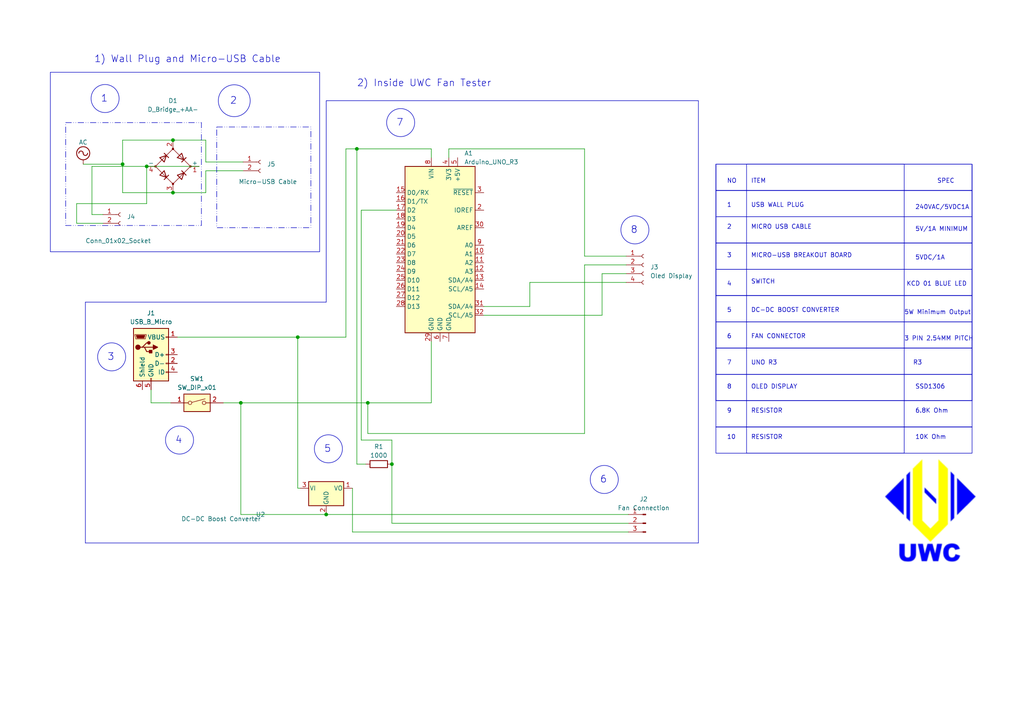
<source format=kicad_sch>
(kicad_sch (version 20230121) (generator eeschema)

  (uuid 58254c35-c85c-402e-b385-e6268ee051a3)

  (paper "A4")

  (title_block
    (title "UWC FAN TESTER")
    (date "2024-03-06")
    (rev "0")
    (company "UWC")
    (comment 1 "Drawn By: DANIAL KHIR")
  )

  (lib_symbols
    (symbol "Connector:Conn_01x02_Socket" (pin_names (offset 1.016) hide) (in_bom yes) (on_board yes)
      (property "Reference" "J" (at 0 2.54 0)
        (effects (font (size 1.27 1.27)))
      )
      (property "Value" "Conn_01x02_Socket" (at 0 -5.08 0)
        (effects (font (size 1.27 1.27)))
      )
      (property "Footprint" "" (at 0 0 0)
        (effects (font (size 1.27 1.27)) hide)
      )
      (property "Datasheet" "~" (at 0 0 0)
        (effects (font (size 1.27 1.27)) hide)
      )
      (property "ki_locked" "" (at 0 0 0)
        (effects (font (size 1.27 1.27)))
      )
      (property "ki_keywords" "connector" (at 0 0 0)
        (effects (font (size 1.27 1.27)) hide)
      )
      (property "ki_description" "Generic connector, single row, 01x02, script generated" (at 0 0 0)
        (effects (font (size 1.27 1.27)) hide)
      )
      (property "ki_fp_filters" "Connector*:*_1x??_*" (at 0 0 0)
        (effects (font (size 1.27 1.27)) hide)
      )
      (symbol "Conn_01x02_Socket_1_1"
        (arc (start 0 -2.032) (mid -0.5058 -2.54) (end 0 -3.048)
          (stroke (width 0.1524) (type default))
          (fill (type none))
        )
        (polyline
          (pts
            (xy -1.27 -2.54)
            (xy -0.508 -2.54)
          )
          (stroke (width 0.1524) (type default))
          (fill (type none))
        )
        (polyline
          (pts
            (xy -1.27 0)
            (xy -0.508 0)
          )
          (stroke (width 0.1524) (type default))
          (fill (type none))
        )
        (arc (start 0 0.508) (mid -0.5058 0) (end 0 -0.508)
          (stroke (width 0.1524) (type default))
          (fill (type none))
        )
        (pin passive line (at -5.08 0 0) (length 3.81)
          (name "Pin_1" (effects (font (size 1.27 1.27))))
          (number "1" (effects (font (size 1.27 1.27))))
        )
        (pin passive line (at -5.08 -2.54 0) (length 3.81)
          (name "Pin_2" (effects (font (size 1.27 1.27))))
          (number "2" (effects (font (size 1.27 1.27))))
        )
      )
    )
    (symbol "Connector:Conn_01x03_Pin" (pin_names (offset 1.016) hide) (in_bom yes) (on_board yes)
      (property "Reference" "J" (at 0 5.08 0)
        (effects (font (size 1.27 1.27)))
      )
      (property "Value" "Conn_01x03_Pin" (at 0 -5.08 0)
        (effects (font (size 1.27 1.27)))
      )
      (property "Footprint" "" (at 0 0 0)
        (effects (font (size 1.27 1.27)) hide)
      )
      (property "Datasheet" "~" (at 0 0 0)
        (effects (font (size 1.27 1.27)) hide)
      )
      (property "ki_locked" "" (at 0 0 0)
        (effects (font (size 1.27 1.27)))
      )
      (property "ki_keywords" "connector" (at 0 0 0)
        (effects (font (size 1.27 1.27)) hide)
      )
      (property "ki_description" "Generic connector, single row, 01x03, script generated" (at 0 0 0)
        (effects (font (size 1.27 1.27)) hide)
      )
      (property "ki_fp_filters" "Connector*:*_1x??_*" (at 0 0 0)
        (effects (font (size 1.27 1.27)) hide)
      )
      (symbol "Conn_01x03_Pin_1_1"
        (polyline
          (pts
            (xy 1.27 -2.54)
            (xy 0.8636 -2.54)
          )
          (stroke (width 0.1524) (type default))
          (fill (type none))
        )
        (polyline
          (pts
            (xy 1.27 0)
            (xy 0.8636 0)
          )
          (stroke (width 0.1524) (type default))
          (fill (type none))
        )
        (polyline
          (pts
            (xy 1.27 2.54)
            (xy 0.8636 2.54)
          )
          (stroke (width 0.1524) (type default))
          (fill (type none))
        )
        (rectangle (start 0.8636 -2.413) (end 0 -2.667)
          (stroke (width 0.1524) (type default))
          (fill (type outline))
        )
        (rectangle (start 0.8636 0.127) (end 0 -0.127)
          (stroke (width 0.1524) (type default))
          (fill (type outline))
        )
        (rectangle (start 0.8636 2.667) (end 0 2.413)
          (stroke (width 0.1524) (type default))
          (fill (type outline))
        )
        (pin passive line (at 5.08 2.54 180) (length 3.81)
          (name "Pin_1" (effects (font (size 1.27 1.27))))
          (number "1" (effects (font (size 1.27 1.27))))
        )
        (pin passive line (at 5.08 0 180) (length 3.81)
          (name "Pin_2" (effects (font (size 1.27 1.27))))
          (number "2" (effects (font (size 1.27 1.27))))
        )
        (pin passive line (at 5.08 -2.54 180) (length 3.81)
          (name "Pin_3" (effects (font (size 1.27 1.27))))
          (number "3" (effects (font (size 1.27 1.27))))
        )
      )
    )
    (symbol "Connector:Conn_01x04_Socket" (pin_names (offset 1.016) hide) (in_bom yes) (on_board yes)
      (property "Reference" "J" (at 0 5.08 0)
        (effects (font (size 1.27 1.27)))
      )
      (property "Value" "Conn_01x04_Socket" (at 0 -7.62 0)
        (effects (font (size 1.27 1.27)))
      )
      (property "Footprint" "" (at 0 0 0)
        (effects (font (size 1.27 1.27)) hide)
      )
      (property "Datasheet" "~" (at 0 0 0)
        (effects (font (size 1.27 1.27)) hide)
      )
      (property "ki_locked" "" (at 0 0 0)
        (effects (font (size 1.27 1.27)))
      )
      (property "ki_keywords" "connector" (at 0 0 0)
        (effects (font (size 1.27 1.27)) hide)
      )
      (property "ki_description" "Generic connector, single row, 01x04, script generated" (at 0 0 0)
        (effects (font (size 1.27 1.27)) hide)
      )
      (property "ki_fp_filters" "Connector*:*_1x??_*" (at 0 0 0)
        (effects (font (size 1.27 1.27)) hide)
      )
      (symbol "Conn_01x04_Socket_1_1"
        (arc (start 0 -4.572) (mid -0.5058 -5.08) (end 0 -5.588)
          (stroke (width 0.1524) (type default))
          (fill (type none))
        )
        (arc (start 0 -2.032) (mid -0.5058 -2.54) (end 0 -3.048)
          (stroke (width 0.1524) (type default))
          (fill (type none))
        )
        (polyline
          (pts
            (xy -1.27 -5.08)
            (xy -0.508 -5.08)
          )
          (stroke (width 0.1524) (type default))
          (fill (type none))
        )
        (polyline
          (pts
            (xy -1.27 -2.54)
            (xy -0.508 -2.54)
          )
          (stroke (width 0.1524) (type default))
          (fill (type none))
        )
        (polyline
          (pts
            (xy -1.27 0)
            (xy -0.508 0)
          )
          (stroke (width 0.1524) (type default))
          (fill (type none))
        )
        (polyline
          (pts
            (xy -1.27 2.54)
            (xy -0.508 2.54)
          )
          (stroke (width 0.1524) (type default))
          (fill (type none))
        )
        (arc (start 0 0.508) (mid -0.5058 0) (end 0 -0.508)
          (stroke (width 0.1524) (type default))
          (fill (type none))
        )
        (arc (start 0 3.048) (mid -0.5058 2.54) (end 0 2.032)
          (stroke (width 0.1524) (type default))
          (fill (type none))
        )
        (pin passive line (at -5.08 2.54 0) (length 3.81)
          (name "Pin_1" (effects (font (size 1.27 1.27))))
          (number "1" (effects (font (size 1.27 1.27))))
        )
        (pin passive line (at -5.08 0 0) (length 3.81)
          (name "Pin_2" (effects (font (size 1.27 1.27))))
          (number "2" (effects (font (size 1.27 1.27))))
        )
        (pin passive line (at -5.08 -2.54 0) (length 3.81)
          (name "Pin_3" (effects (font (size 1.27 1.27))))
          (number "3" (effects (font (size 1.27 1.27))))
        )
        (pin passive line (at -5.08 -5.08 0) (length 3.81)
          (name "Pin_4" (effects (font (size 1.27 1.27))))
          (number "4" (effects (font (size 1.27 1.27))))
        )
      )
    )
    (symbol "Connector:USB_B_Micro" (pin_names (offset 1.016)) (in_bom yes) (on_board yes)
      (property "Reference" "J" (at -5.08 11.43 0)
        (effects (font (size 1.27 1.27)) (justify left))
      )
      (property "Value" "USB_B_Micro" (at -5.08 8.89 0)
        (effects (font (size 1.27 1.27)) (justify left))
      )
      (property "Footprint" "" (at 3.81 -1.27 0)
        (effects (font (size 1.27 1.27)) hide)
      )
      (property "Datasheet" "~" (at 3.81 -1.27 0)
        (effects (font (size 1.27 1.27)) hide)
      )
      (property "ki_keywords" "connector USB micro" (at 0 0 0)
        (effects (font (size 1.27 1.27)) hide)
      )
      (property "ki_description" "USB Micro Type B connector" (at 0 0 0)
        (effects (font (size 1.27 1.27)) hide)
      )
      (property "ki_fp_filters" "USB*" (at 0 0 0)
        (effects (font (size 1.27 1.27)) hide)
      )
      (symbol "USB_B_Micro_0_1"
        (rectangle (start -5.08 -7.62) (end 5.08 7.62)
          (stroke (width 0.254) (type default))
          (fill (type background))
        )
        (circle (center -3.81 2.159) (radius 0.635)
          (stroke (width 0.254) (type default))
          (fill (type outline))
        )
        (circle (center -0.635 3.429) (radius 0.381)
          (stroke (width 0.254) (type default))
          (fill (type outline))
        )
        (rectangle (start -0.127 -7.62) (end 0.127 -6.858)
          (stroke (width 0) (type default))
          (fill (type none))
        )
        (polyline
          (pts
            (xy -1.905 2.159)
            (xy 0.635 2.159)
          )
          (stroke (width 0.254) (type default))
          (fill (type none))
        )
        (polyline
          (pts
            (xy -3.175 2.159)
            (xy -2.54 2.159)
            (xy -1.27 3.429)
            (xy -0.635 3.429)
          )
          (stroke (width 0.254) (type default))
          (fill (type none))
        )
        (polyline
          (pts
            (xy -2.54 2.159)
            (xy -1.905 2.159)
            (xy -1.27 0.889)
            (xy 0 0.889)
          )
          (stroke (width 0.254) (type default))
          (fill (type none))
        )
        (polyline
          (pts
            (xy 0.635 2.794)
            (xy 0.635 1.524)
            (xy 1.905 2.159)
            (xy 0.635 2.794)
          )
          (stroke (width 0.254) (type default))
          (fill (type outline))
        )
        (polyline
          (pts
            (xy -4.318 5.588)
            (xy -1.778 5.588)
            (xy -2.032 4.826)
            (xy -4.064 4.826)
            (xy -4.318 5.588)
          )
          (stroke (width 0) (type default))
          (fill (type outline))
        )
        (polyline
          (pts
            (xy -4.699 5.842)
            (xy -4.699 5.588)
            (xy -4.445 4.826)
            (xy -4.445 4.572)
            (xy -1.651 4.572)
            (xy -1.651 4.826)
            (xy -1.397 5.588)
            (xy -1.397 5.842)
            (xy -4.699 5.842)
          )
          (stroke (width 0) (type default))
          (fill (type none))
        )
        (rectangle (start 0.254 1.27) (end -0.508 0.508)
          (stroke (width 0.254) (type default))
          (fill (type outline))
        )
        (rectangle (start 5.08 -5.207) (end 4.318 -4.953)
          (stroke (width 0) (type default))
          (fill (type none))
        )
        (rectangle (start 5.08 -2.667) (end 4.318 -2.413)
          (stroke (width 0) (type default))
          (fill (type none))
        )
        (rectangle (start 5.08 -0.127) (end 4.318 0.127)
          (stroke (width 0) (type default))
          (fill (type none))
        )
        (rectangle (start 5.08 4.953) (end 4.318 5.207)
          (stroke (width 0) (type default))
          (fill (type none))
        )
      )
      (symbol "USB_B_Micro_1_1"
        (pin power_out line (at 7.62 5.08 180) (length 2.54)
          (name "VBUS" (effects (font (size 1.27 1.27))))
          (number "1" (effects (font (size 1.27 1.27))))
        )
        (pin bidirectional line (at 7.62 -2.54 180) (length 2.54)
          (name "D-" (effects (font (size 1.27 1.27))))
          (number "2" (effects (font (size 1.27 1.27))))
        )
        (pin bidirectional line (at 7.62 0 180) (length 2.54)
          (name "D+" (effects (font (size 1.27 1.27))))
          (number "3" (effects (font (size 1.27 1.27))))
        )
        (pin passive line (at 7.62 -5.08 180) (length 2.54)
          (name "ID" (effects (font (size 1.27 1.27))))
          (number "4" (effects (font (size 1.27 1.27))))
        )
        (pin power_out line (at 0 -10.16 90) (length 2.54)
          (name "GND" (effects (font (size 1.27 1.27))))
          (number "5" (effects (font (size 1.27 1.27))))
        )
        (pin passive line (at -2.54 -10.16 90) (length 2.54)
          (name "Shield" (effects (font (size 1.27 1.27))))
          (number "6" (effects (font (size 1.27 1.27))))
        )
      )
    )
    (symbol "Device:D_Bridge_+AA-" (pin_names (offset 0)) (in_bom yes) (on_board yes)
      (property "Reference" "D" (at 2.54 6.985 0)
        (effects (font (size 1.27 1.27)) (justify left))
      )
      (property "Value" "D_Bridge_+AA-" (at 2.54 5.08 0)
        (effects (font (size 1.27 1.27)) (justify left))
      )
      (property "Footprint" "" (at 0 0 0)
        (effects (font (size 1.27 1.27)) hide)
      )
      (property "Datasheet" "~" (at 0 0 0)
        (effects (font (size 1.27 1.27)) hide)
      )
      (property "ki_keywords" "rectifier ACDC" (at 0 0 0)
        (effects (font (size 1.27 1.27)) hide)
      )
      (property "ki_description" "Diode bridge, +ve/AC/AC/-ve" (at 0 0 0)
        (effects (font (size 1.27 1.27)) hide)
      )
      (property "ki_fp_filters" "D*Bridge* D*Rectifier*" (at 0 0 0)
        (effects (font (size 1.27 1.27)) hide)
      )
      (symbol "D_Bridge_+AA-_0_1"
        (circle (center -5.08 0) (radius 0.254)
          (stroke (width 0) (type default))
          (fill (type outline))
        )
        (circle (center 0 -5.08) (radius 0.254)
          (stroke (width 0) (type default))
          (fill (type outline))
        )
        (polyline
          (pts
            (xy -2.54 3.81)
            (xy -1.27 2.54)
          )
          (stroke (width 0.254) (type default))
          (fill (type none))
        )
        (polyline
          (pts
            (xy -1.27 -2.54)
            (xy -2.54 -3.81)
          )
          (stroke (width 0.254) (type default))
          (fill (type none))
        )
        (polyline
          (pts
            (xy 2.54 -1.27)
            (xy 3.81 -2.54)
          )
          (stroke (width 0.254) (type default))
          (fill (type none))
        )
        (polyline
          (pts
            (xy 2.54 1.27)
            (xy 3.81 2.54)
          )
          (stroke (width 0.254) (type default))
          (fill (type none))
        )
        (polyline
          (pts
            (xy -3.81 2.54)
            (xy -2.54 1.27)
            (xy -1.905 3.175)
            (xy -3.81 2.54)
          )
          (stroke (width 0.254) (type default))
          (fill (type none))
        )
        (polyline
          (pts
            (xy -2.54 -1.27)
            (xy -3.81 -2.54)
            (xy -1.905 -3.175)
            (xy -2.54 -1.27)
          )
          (stroke (width 0.254) (type default))
          (fill (type none))
        )
        (polyline
          (pts
            (xy 1.27 2.54)
            (xy 2.54 3.81)
            (xy 3.175 1.905)
            (xy 1.27 2.54)
          )
          (stroke (width 0.254) (type default))
          (fill (type none))
        )
        (polyline
          (pts
            (xy 3.175 -1.905)
            (xy 1.27 -2.54)
            (xy 2.54 -3.81)
            (xy 3.175 -1.905)
          )
          (stroke (width 0.254) (type default))
          (fill (type none))
        )
        (polyline
          (pts
            (xy -5.08 0)
            (xy 0 -5.08)
            (xy 5.08 0)
            (xy 0 5.08)
            (xy -5.08 0)
          )
          (stroke (width 0) (type default))
          (fill (type none))
        )
        (circle (center 0 5.08) (radius 0.254)
          (stroke (width 0) (type default))
          (fill (type outline))
        )
        (circle (center 5.08 0) (radius 0.254)
          (stroke (width 0) (type default))
          (fill (type outline))
        )
      )
      (symbol "D_Bridge_+AA-_1_1"
        (pin passive line (at 7.62 0 180) (length 2.54)
          (name "+" (effects (font (size 1.27 1.27))))
          (number "1" (effects (font (size 1.27 1.27))))
        )
        (pin passive line (at 0 7.62 270) (length 2.54)
          (name "~" (effects (font (size 1.27 1.27))))
          (number "2" (effects (font (size 1.27 1.27))))
        )
        (pin passive line (at 0 -7.62 90) (length 2.54)
          (name "~" (effects (font (size 1.27 1.27))))
          (number "3" (effects (font (size 1.27 1.27))))
        )
        (pin passive line (at -7.62 0 0) (length 2.54)
          (name "-" (effects (font (size 1.27 1.27))))
          (number "4" (effects (font (size 1.27 1.27))))
        )
      )
    )
    (symbol "Device:R" (pin_numbers hide) (pin_names (offset 0)) (in_bom yes) (on_board yes)
      (property "Reference" "R" (at 2.032 0 90)
        (effects (font (size 1.27 1.27)))
      )
      (property "Value" "R" (at 0 0 90)
        (effects (font (size 1.27 1.27)))
      )
      (property "Footprint" "" (at -1.778 0 90)
        (effects (font (size 1.27 1.27)) hide)
      )
      (property "Datasheet" "~" (at 0 0 0)
        (effects (font (size 1.27 1.27)) hide)
      )
      (property "ki_keywords" "R res resistor" (at 0 0 0)
        (effects (font (size 1.27 1.27)) hide)
      )
      (property "ki_description" "Resistor" (at 0 0 0)
        (effects (font (size 1.27 1.27)) hide)
      )
      (property "ki_fp_filters" "R_*" (at 0 0 0)
        (effects (font (size 1.27 1.27)) hide)
      )
      (symbol "R_0_1"
        (rectangle (start -1.016 -2.54) (end 1.016 2.54)
          (stroke (width 0.254) (type default))
          (fill (type none))
        )
      )
      (symbol "R_1_1"
        (pin passive line (at 0 3.81 270) (length 1.27)
          (name "~" (effects (font (size 1.27 1.27))))
          (number "1" (effects (font (size 1.27 1.27))))
        )
        (pin passive line (at 0 -3.81 90) (length 1.27)
          (name "~" (effects (font (size 1.27 1.27))))
          (number "2" (effects (font (size 1.27 1.27))))
        )
      )
    )
    (symbol "MCU_Module:Arduino_UNO_R3" (in_bom yes) (on_board yes)
      (property "Reference" "A" (at -10.16 23.495 0)
        (effects (font (size 1.27 1.27)) (justify left bottom))
      )
      (property "Value" "Arduino_UNO_R3" (at 5.08 -26.67 0)
        (effects (font (size 1.27 1.27)) (justify left top))
      )
      (property "Footprint" "Module:Arduino_UNO_R3" (at 0 0 0)
        (effects (font (size 1.27 1.27) italic) hide)
      )
      (property "Datasheet" "https://www.arduino.cc/en/Main/arduinoBoardUno" (at 0 0 0)
        (effects (font (size 1.27 1.27)) hide)
      )
      (property "ki_keywords" "Arduino UNO R3 Microcontroller Module Atmel AVR USB" (at 0 0 0)
        (effects (font (size 1.27 1.27)) hide)
      )
      (property "ki_description" "Arduino UNO Microcontroller Module, release 3" (at 0 0 0)
        (effects (font (size 1.27 1.27)) hide)
      )
      (property "ki_fp_filters" "Arduino*UNO*R3*" (at 0 0 0)
        (effects (font (size 1.27 1.27)) hide)
      )
      (symbol "Arduino_UNO_R3_0_1"
        (rectangle (start -10.16 22.86) (end 10.16 -25.4)
          (stroke (width 0.254) (type default))
          (fill (type background))
        )
      )
      (symbol "Arduino_UNO_R3_1_1"
        (pin no_connect line (at -10.16 -20.32 0) (length 2.54) hide
          (name "NC" (effects (font (size 1.27 1.27))))
          (number "1" (effects (font (size 1.27 1.27))))
        )
        (pin bidirectional line (at 12.7 -2.54 180) (length 2.54)
          (name "A1" (effects (font (size 1.27 1.27))))
          (number "10" (effects (font (size 1.27 1.27))))
        )
        (pin bidirectional line (at 12.7 -5.08 180) (length 2.54)
          (name "A2" (effects (font (size 1.27 1.27))))
          (number "11" (effects (font (size 1.27 1.27))))
        )
        (pin bidirectional line (at 12.7 -7.62 180) (length 2.54)
          (name "A3" (effects (font (size 1.27 1.27))))
          (number "12" (effects (font (size 1.27 1.27))))
        )
        (pin bidirectional line (at 12.7 -10.16 180) (length 2.54)
          (name "SDA/A4" (effects (font (size 1.27 1.27))))
          (number "13" (effects (font (size 1.27 1.27))))
        )
        (pin bidirectional line (at 12.7 -12.7 180) (length 2.54)
          (name "SCL/A5" (effects (font (size 1.27 1.27))))
          (number "14" (effects (font (size 1.27 1.27))))
        )
        (pin bidirectional line (at -12.7 15.24 0) (length 2.54)
          (name "D0/RX" (effects (font (size 1.27 1.27))))
          (number "15" (effects (font (size 1.27 1.27))))
        )
        (pin bidirectional line (at -12.7 12.7 0) (length 2.54)
          (name "D1/TX" (effects (font (size 1.27 1.27))))
          (number "16" (effects (font (size 1.27 1.27))))
        )
        (pin bidirectional line (at -12.7 10.16 0) (length 2.54)
          (name "D2" (effects (font (size 1.27 1.27))))
          (number "17" (effects (font (size 1.27 1.27))))
        )
        (pin bidirectional line (at -12.7 7.62 0) (length 2.54)
          (name "D3" (effects (font (size 1.27 1.27))))
          (number "18" (effects (font (size 1.27 1.27))))
        )
        (pin bidirectional line (at -12.7 5.08 0) (length 2.54)
          (name "D4" (effects (font (size 1.27 1.27))))
          (number "19" (effects (font (size 1.27 1.27))))
        )
        (pin output line (at 12.7 10.16 180) (length 2.54)
          (name "IOREF" (effects (font (size 1.27 1.27))))
          (number "2" (effects (font (size 1.27 1.27))))
        )
        (pin bidirectional line (at -12.7 2.54 0) (length 2.54)
          (name "D5" (effects (font (size 1.27 1.27))))
          (number "20" (effects (font (size 1.27 1.27))))
        )
        (pin bidirectional line (at -12.7 0 0) (length 2.54)
          (name "D6" (effects (font (size 1.27 1.27))))
          (number "21" (effects (font (size 1.27 1.27))))
        )
        (pin bidirectional line (at -12.7 -2.54 0) (length 2.54)
          (name "D7" (effects (font (size 1.27 1.27))))
          (number "22" (effects (font (size 1.27 1.27))))
        )
        (pin bidirectional line (at -12.7 -5.08 0) (length 2.54)
          (name "D8" (effects (font (size 1.27 1.27))))
          (number "23" (effects (font (size 1.27 1.27))))
        )
        (pin bidirectional line (at -12.7 -7.62 0) (length 2.54)
          (name "D9" (effects (font (size 1.27 1.27))))
          (number "24" (effects (font (size 1.27 1.27))))
        )
        (pin bidirectional line (at -12.7 -10.16 0) (length 2.54)
          (name "D10" (effects (font (size 1.27 1.27))))
          (number "25" (effects (font (size 1.27 1.27))))
        )
        (pin bidirectional line (at -12.7 -12.7 0) (length 2.54)
          (name "D11" (effects (font (size 1.27 1.27))))
          (number "26" (effects (font (size 1.27 1.27))))
        )
        (pin bidirectional line (at -12.7 -15.24 0) (length 2.54)
          (name "D12" (effects (font (size 1.27 1.27))))
          (number "27" (effects (font (size 1.27 1.27))))
        )
        (pin bidirectional line (at -12.7 -17.78 0) (length 2.54)
          (name "D13" (effects (font (size 1.27 1.27))))
          (number "28" (effects (font (size 1.27 1.27))))
        )
        (pin power_in line (at -2.54 -27.94 90) (length 2.54)
          (name "GND" (effects (font (size 1.27 1.27))))
          (number "29" (effects (font (size 1.27 1.27))))
        )
        (pin input line (at 12.7 15.24 180) (length 2.54)
          (name "~{RESET}" (effects (font (size 1.27 1.27))))
          (number "3" (effects (font (size 1.27 1.27))))
        )
        (pin input line (at 12.7 5.08 180) (length 2.54)
          (name "AREF" (effects (font (size 1.27 1.27))))
          (number "30" (effects (font (size 1.27 1.27))))
        )
        (pin bidirectional line (at 12.7 -17.78 180) (length 2.54)
          (name "SDA/A4" (effects (font (size 1.27 1.27))))
          (number "31" (effects (font (size 1.27 1.27))))
        )
        (pin bidirectional line (at 12.7 -20.32 180) (length 2.54)
          (name "SCL/A5" (effects (font (size 1.27 1.27))))
          (number "32" (effects (font (size 1.27 1.27))))
        )
        (pin power_out line (at 2.54 25.4 270) (length 2.54)
          (name "3V3" (effects (font (size 1.27 1.27))))
          (number "4" (effects (font (size 1.27 1.27))))
        )
        (pin power_out line (at 5.08 25.4 270) (length 2.54)
          (name "+5V" (effects (font (size 1.27 1.27))))
          (number "5" (effects (font (size 1.27 1.27))))
        )
        (pin power_in line (at 0 -27.94 90) (length 2.54)
          (name "GND" (effects (font (size 1.27 1.27))))
          (number "6" (effects (font (size 1.27 1.27))))
        )
        (pin power_in line (at 2.54 -27.94 90) (length 2.54)
          (name "GND" (effects (font (size 1.27 1.27))))
          (number "7" (effects (font (size 1.27 1.27))))
        )
        (pin power_in line (at -2.54 25.4 270) (length 2.54)
          (name "VIN" (effects (font (size 1.27 1.27))))
          (number "8" (effects (font (size 1.27 1.27))))
        )
        (pin bidirectional line (at 12.7 0 180) (length 2.54)
          (name "A0" (effects (font (size 1.27 1.27))))
          (number "9" (effects (font (size 1.27 1.27))))
        )
      )
    )
    (symbol "Regulator_Linear:L78L05_TO92" (pin_names (offset 0.254)) (in_bom yes) (on_board yes)
      (property "Reference" "U" (at -3.81 3.175 0)
        (effects (font (size 1.27 1.27)))
      )
      (property "Value" "L78L05_TO92" (at 0 3.175 0)
        (effects (font (size 1.27 1.27)) (justify left))
      )
      (property "Footprint" "Package_TO_SOT_THT:TO-92_Inline" (at 0 5.715 0)
        (effects (font (size 1.27 1.27) italic) hide)
      )
      (property "Datasheet" "http://www.st.com/content/ccc/resource/technical/document/datasheet/15/55/e5/aa/23/5b/43/fd/CD00000446.pdf/files/CD00000446.pdf/jcr:content/translations/en.CD00000446.pdf" (at 0 -1.27 0)
        (effects (font (size 1.27 1.27)) hide)
      )
      (property "ki_keywords" "Voltage Regulator 100mA Positive" (at 0 0 0)
        (effects (font (size 1.27 1.27)) hide)
      )
      (property "ki_description" "Positive 100mA 30V Linear Regulator, Fixed Output 5V, TO-92" (at 0 0 0)
        (effects (font (size 1.27 1.27)) hide)
      )
      (property "ki_fp_filters" "TO?92*" (at 0 0 0)
        (effects (font (size 1.27 1.27)) hide)
      )
      (symbol "L78L05_TO92_0_1"
        (rectangle (start -5.08 -5.08) (end 5.08 1.905)
          (stroke (width 0.254) (type default))
          (fill (type background))
        )
      )
      (symbol "L78L05_TO92_1_1"
        (pin power_out line (at 7.62 0 180) (length 2.54)
          (name "VO" (effects (font (size 1.27 1.27))))
          (number "1" (effects (font (size 1.27 1.27))))
        )
        (pin power_in line (at 0 -7.62 90) (length 2.54)
          (name "GND" (effects (font (size 1.27 1.27))))
          (number "2" (effects (font (size 1.27 1.27))))
        )
        (pin power_in line (at -7.62 0 0) (length 2.54)
          (name "VI" (effects (font (size 1.27 1.27))))
          (number "3" (effects (font (size 1.27 1.27))))
        )
      )
    )
    (symbol "Switch:SW_DIP_x01" (pin_names (offset 0) hide) (in_bom yes) (on_board yes)
      (property "Reference" "SW" (at 0 3.81 0)
        (effects (font (size 1.27 1.27)))
      )
      (property "Value" "SW_DIP_x01" (at 0 -3.81 0)
        (effects (font (size 1.27 1.27)))
      )
      (property "Footprint" "" (at 0 0 0)
        (effects (font (size 1.27 1.27)) hide)
      )
      (property "Datasheet" "~" (at 0 0 0)
        (effects (font (size 1.27 1.27)) hide)
      )
      (property "ki_keywords" "dip switch" (at 0 0 0)
        (effects (font (size 1.27 1.27)) hide)
      )
      (property "ki_description" "1x DIP Switch, Single Pole Single Throw (SPST) switch, small symbol" (at 0 0 0)
        (effects (font (size 1.27 1.27)) hide)
      )
      (property "ki_fp_filters" "SW?DIP?x1*" (at 0 0 0)
        (effects (font (size 1.27 1.27)) hide)
      )
      (symbol "SW_DIP_x01_0_0"
        (circle (center -2.032 0) (radius 0.508)
          (stroke (width 0) (type default))
          (fill (type none))
        )
        (polyline
          (pts
            (xy -1.524 0.127)
            (xy 2.3622 1.1684)
          )
          (stroke (width 0) (type default))
          (fill (type none))
        )
        (circle (center 2.032 0) (radius 0.508)
          (stroke (width 0) (type default))
          (fill (type none))
        )
      )
      (symbol "SW_DIP_x01_0_1"
        (rectangle (start -3.81 2.54) (end 3.81 -2.54)
          (stroke (width 0.254) (type default))
          (fill (type background))
        )
      )
      (symbol "SW_DIP_x01_1_1"
        (pin passive line (at -7.62 0 0) (length 5.08)
          (name "~" (effects (font (size 1.27 1.27))))
          (number "1" (effects (font (size 1.27 1.27))))
        )
        (pin passive line (at 7.62 0 180) (length 5.08)
          (name "~" (effects (font (size 1.27 1.27))))
          (number "2" (effects (font (size 1.27 1.27))))
        )
      )
    )
    (symbol "power:AC" (power) (pin_names (offset 0)) (in_bom yes) (on_board yes)
      (property "Reference" "#PWR" (at 0 -2.54 0)
        (effects (font (size 1.27 1.27)) hide)
      )
      (property "Value" "AC" (at 0 6.35 0)
        (effects (font (size 1.27 1.27)))
      )
      (property "Footprint" "" (at 0 0 0)
        (effects (font (size 1.27 1.27)) hide)
      )
      (property "Datasheet" "" (at 0 0 0)
        (effects (font (size 1.27 1.27)) hide)
      )
      (property "ki_keywords" "global power" (at 0 0 0)
        (effects (font (size 1.27 1.27)) hide)
      )
      (property "ki_description" "Power symbol creates a global label with name \"AC\"" (at 0 0 0)
        (effects (font (size 1.27 1.27)) hide)
      )
      (symbol "AC_0_1"
        (polyline
          (pts
            (xy 0 0)
            (xy 0 1.27)
          )
          (stroke (width 0) (type default))
          (fill (type none))
        )
        (arc (start 0 3.175) (mid -0.635 3.8073) (end -1.27 3.175)
          (stroke (width 0.254) (type default))
          (fill (type none))
        )
        (arc (start 0 3.175) (mid 0.635 2.5427) (end 1.27 3.175)
          (stroke (width 0.254) (type default))
          (fill (type none))
        )
        (circle (center 0 3.175) (radius 1.905)
          (stroke (width 0.254) (type default))
          (fill (type none))
        )
      )
      (symbol "AC_1_1"
        (pin power_in line (at 0 0 90) (length 0) hide
          (name "AC" (effects (font (size 1.27 1.27))))
          (number "1" (effects (font (size 1.27 1.27))))
        )
      )
    )
  )

  (junction (at 50.165 55.88) (diameter 0) (color 0 0 0 0)
    (uuid 0a72ffbb-5d37-4806-a62e-0091a04e0d02)
  )
  (junction (at 113.665 134.62) (diameter 0) (color 0 0 0 0)
    (uuid 3af3c70b-7f3e-4423-a47f-d8e4dcbc6411)
  )
  (junction (at 94.615 149.225) (diameter 0) (color 0 0 0 0)
    (uuid 3c681f2e-add5-42ce-88cd-1f44d3df91de)
  )
  (junction (at 35.56 47.625) (diameter 0) (color 0 0 0 0)
    (uuid 3e04a07e-7269-47c7-96af-8dd02af495e0)
  )
  (junction (at 50.165 40.64) (diameter 0) (color 0 0 0 0)
    (uuid 426b2800-d8b4-4891-a363-449f7a10886f)
  )
  (junction (at 106.68 116.84) (diameter 0) (color 0 0 0 0)
    (uuid 5ecf6cf3-23db-4557-8e66-6058b8263530)
  )
  (junction (at 69.85 116.84) (diameter 0) (color 0 0 0 0)
    (uuid 6bccdb4d-360f-4cf4-98fa-efe54161ac43)
  )
  (junction (at 103.505 43.18) (diameter 0) (color 0 0 0 0)
    (uuid 724e605e-da40-4924-82c3-1886703702a7)
  )
  (junction (at 42.545 48.26) (diameter 0) (color 0 0 0 0)
    (uuid b1161c24-4cbd-45cb-b20d-b82adae541a7)
  )
  (junction (at 86.36 97.79) (diameter 0) (color 0 0 0 0)
    (uuid d208cef8-6c1b-4678-b979-3a51c524aaab)
  )

  (wire (pts (xy 26.67 62.23) (xy 29.845 62.23))
    (stroke (width 0) (type default))
    (uuid 0beeff15-8d25-4fac-a823-1aa1219465e3)
  )
  (wire (pts (xy 104.775 60.96) (xy 114.935 60.96))
    (stroke (width 0) (type default))
    (uuid 0ff7c7b6-8371-4c72-ac2e-52673b518580)
  )
  (wire (pts (xy 130.175 45.72) (xy 130.175 43.18))
    (stroke (width 0) (type default))
    (uuid 11dfbbb3-da7e-447b-998c-9d578a7c1992)
  )
  (wire (pts (xy 24.13 47.625) (xy 35.56 47.625))
    (stroke (width 0) (type default))
    (uuid 183baa1c-9e13-4e07-b19b-f8f8098bf584)
  )
  (wire (pts (xy 35.56 47.625) (xy 35.56 55.88))
    (stroke (width 0) (type default))
    (uuid 1eb0d01e-75db-4b48-9dfc-293f1fc22a0b)
  )
  (wire (pts (xy 106.68 125.73) (xy 169.545 125.73))
    (stroke (width 0) (type default))
    (uuid 1f8d13b5-a363-40e5-926b-5a4cc28b40e6)
  )
  (wire (pts (xy 140.335 91.44) (xy 174.625 91.44))
    (stroke (width 0) (type default))
    (uuid 213a628c-b728-4da4-a590-64ecd9619022)
  )
  (wire (pts (xy 113.665 134.62) (xy 113.665 151.765))
    (stroke (width 0) (type default))
    (uuid 234cc1f8-6d0a-48fd-b4ac-9835b03e7513)
  )
  (wire (pts (xy 69.85 116.84) (xy 106.68 116.84))
    (stroke (width 0) (type default))
    (uuid 288eaca7-74c2-472c-bbfb-28f3e576fcf1)
  )
  (wire (pts (xy 104.775 127.635) (xy 104.775 60.96))
    (stroke (width 0) (type default))
    (uuid 2b33670e-dd58-4a50-9665-f8390183eefc)
  )
  (wire (pts (xy 174.625 79.375) (xy 181.61 79.375))
    (stroke (width 0) (type default))
    (uuid 307c761d-777f-48cc-b018-3c2451532b0b)
  )
  (wire (pts (xy 125.095 99.06) (xy 125.095 116.84))
    (stroke (width 0) (type default))
    (uuid 36a3e7fe-f25d-4211-bd94-64946695843a)
  )
  (polyline (pts (xy 202.565 29.21) (xy 202.565 157.48))
    (stroke (width 0) (type default))
    (uuid 412eb3fd-72dc-4b68-91c0-0c634bc74399)
  )

  (wire (pts (xy 153.67 81.915) (xy 153.67 88.9))
    (stroke (width 0) (type default))
    (uuid 4501dee4-c829-489f-8338-fbfe0ae2dea5)
  )
  (wire (pts (xy 86.36 141.605) (xy 86.36 97.79))
    (stroke (width 0) (type default))
    (uuid 45066de1-3ee3-4ede-b61b-933ff028840f)
  )
  (wire (pts (xy 70.485 49.53) (xy 59.69 49.53))
    (stroke (width 0) (type default))
    (uuid 4591a811-d807-4471-8c8f-42f3635d8168)
  )
  (wire (pts (xy 125.095 43.18) (xy 125.095 45.72))
    (stroke (width 0) (type default))
    (uuid 4903a4b7-ee7b-4762-8826-51d3059b34b8)
  )
  (wire (pts (xy 140.335 88.9) (xy 153.67 88.9))
    (stroke (width 0) (type default))
    (uuid 4b6872c1-740d-45a7-a4d4-96df3d5df4df)
  )
  (wire (pts (xy 130.175 43.18) (xy 169.545 43.18))
    (stroke (width 0) (type default))
    (uuid 4d4e0ca8-6f4e-4784-8b84-22837a5a2977)
  )
  (wire (pts (xy 42.545 48.26) (xy 26.67 48.26))
    (stroke (width 0) (type default))
    (uuid 4fb1669e-5f45-410f-b843-5fcd6b62907e)
  )
  (wire (pts (xy 100.33 43.18) (xy 103.505 43.18))
    (stroke (width 0) (type default))
    (uuid 544c5672-af2d-4a9a-9a81-59b3b3815399)
  )
  (wire (pts (xy 94.615 149.225) (xy 182.245 149.225))
    (stroke (width 0) (type default))
    (uuid 55d4087d-f9ce-416c-a584-172687f467b8)
  )
  (wire (pts (xy 50.165 40.64) (xy 35.56 40.64))
    (stroke (width 0) (type default))
    (uuid 5a6dab6e-1c82-44c9-b398-5970df22fef9)
  )
  (polyline (pts (xy 202.565 157.48) (xy 24.765 157.48))
    (stroke (width 0) (type default))
    (uuid 5fa87f1d-b44e-4d28-87c5-d680092bc029)
  )

  (wire (pts (xy 35.56 40.64) (xy 35.56 47.625))
    (stroke (width 0) (type default))
    (uuid 62759da7-ab01-4284-b75e-fd4e320377a9)
  )
  (wire (pts (xy 86.36 141.605) (xy 86.995 141.605))
    (stroke (width 0) (type default))
    (uuid 6ac2d29e-24eb-479e-84bf-4d88aa3b4612)
  )
  (wire (pts (xy 69.85 116.84) (xy 69.85 149.225))
    (stroke (width 0) (type default))
    (uuid 6af51a9a-f525-47b8-a121-57c00ac3dbe4)
  )
  (polyline (pts (xy 94.615 87.63) (xy 94.615 29.21))
    (stroke (width 0) (type default))
    (uuid 6fbb9034-6009-4197-97bb-34efbc3ef437)
  )

  (wire (pts (xy 26.67 48.26) (xy 26.67 62.23))
    (stroke (width 0) (type default))
    (uuid 75f4a859-4c38-44e3-aaab-f97bcacff275)
  )
  (wire (pts (xy 22.225 64.77) (xy 29.845 64.77))
    (stroke (width 0) (type default))
    (uuid 7a7ac469-30a5-4d4e-9e61-6f83c4d146f6)
  )
  (wire (pts (xy 103.505 43.18) (xy 125.095 43.18))
    (stroke (width 0) (type default))
    (uuid 883b2515-273b-42c6-b7ba-6194afcbc83d)
  )
  (wire (pts (xy 86.36 97.79) (xy 100.33 97.79))
    (stroke (width 0) (type default))
    (uuid 8be2b8d6-63ed-4ec6-aab8-453ea6bc59ab)
  )
  (wire (pts (xy 103.505 43.18) (xy 103.505 134.62))
    (stroke (width 0) (type default))
    (uuid 8d7cd678-6a34-4a30-a2ff-69d07d5d8456)
  )
  (wire (pts (xy 113.665 127.635) (xy 104.775 127.635))
    (stroke (width 0) (type default))
    (uuid 8f9e7867-19a5-44ae-a79e-c1c51d619ed5)
  )
  (wire (pts (xy 64.77 116.84) (xy 69.85 116.84))
    (stroke (width 0) (type default))
    (uuid 92694ae4-abe8-40d4-81aa-f5a3cf7e497b)
  )
  (wire (pts (xy 125.095 116.84) (xy 106.68 116.84))
    (stroke (width 0) (type default))
    (uuid 96e2b009-492e-41df-98e7-cff4181d2a57)
  )
  (wire (pts (xy 113.665 127.635) (xy 113.665 134.62))
    (stroke (width 0) (type default))
    (uuid 99e284bc-f4df-488a-908c-794df92f63af)
  )
  (wire (pts (xy 43.815 113.03) (xy 43.815 116.84))
    (stroke (width 0) (type default))
    (uuid 9cd74151-dddd-4acc-9c87-fd58fdcc2318)
  )
  (wire (pts (xy 102.235 141.605) (xy 102.235 154.305))
    (stroke (width 0) (type default))
    (uuid a1cde1e3-6412-4276-ae82-4105e1b92fad)
  )
  (wire (pts (xy 42.545 48.26) (xy 42.545 59.055))
    (stroke (width 0) (type default))
    (uuid a23f6492-a5c9-454b-ba4d-80336cf16432)
  )
  (wire (pts (xy 51.435 97.79) (xy 86.36 97.79))
    (stroke (width 0) (type default))
    (uuid a7df2340-f9be-4c31-aa6a-1892fc5f2de1)
  )
  (wire (pts (xy 59.69 40.64) (xy 50.165 40.64))
    (stroke (width 0) (type default))
    (uuid ab2daeb2-9c11-4159-9590-d3be158c357e)
  )
  (wire (pts (xy 169.545 74.295) (xy 181.61 74.295))
    (stroke (width 0) (type default))
    (uuid acc53164-1123-4a12-abd4-3069f513eca0)
  )
  (wire (pts (xy 103.505 134.62) (xy 106.045 134.62))
    (stroke (width 0) (type default))
    (uuid adddf6c2-05b5-45e8-8aae-7c61666df885)
  )
  (polyline (pts (xy 94.615 29.21) (xy 202.565 29.21))
    (stroke (width 0) (type default))
    (uuid b608ac96-9ea2-43c6-b616-80e2aa95491c)
  )

  (wire (pts (xy 174.625 91.44) (xy 174.625 79.375))
    (stroke (width 0) (type default))
    (uuid c1ee516f-7490-47e5-95ec-2d93f68244c6)
  )
  (wire (pts (xy 181.61 76.835) (xy 169.545 76.835))
    (stroke (width 0) (type default))
    (uuid c2c6adf4-9833-49ea-ab48-a662795b15b3)
  )
  (wire (pts (xy 35.56 55.88) (xy 50.165 55.88))
    (stroke (width 0) (type default))
    (uuid c6545e39-e4e3-465a-94db-2b6865f30403)
  )
  (wire (pts (xy 59.69 55.88) (xy 50.165 55.88))
    (stroke (width 0) (type default))
    (uuid cb8634ed-f779-46c4-a1ea-40caf167987f)
  )
  (wire (pts (xy 102.235 154.305) (xy 182.245 154.305))
    (stroke (width 0) (type default))
    (uuid cc886fff-dd3a-428e-9b55-c786e0fbf787)
  )
  (wire (pts (xy 22.225 59.055) (xy 22.225 64.77))
    (stroke (width 0) (type default))
    (uuid cd139687-9080-4b37-8c48-497916c284ba)
  )
  (wire (pts (xy 100.33 97.79) (xy 100.33 43.18))
    (stroke (width 0) (type default))
    (uuid cea11a72-b734-400d-9b97-c750d2d5f202)
  )
  (wire (pts (xy 42.545 59.055) (xy 22.225 59.055))
    (stroke (width 0) (type default))
    (uuid cee7ac48-f13a-4922-9a24-8679234e8034)
  )
  (wire (pts (xy 106.68 116.84) (xy 106.68 125.73))
    (stroke (width 0) (type default))
    (uuid cf4bea50-707a-4250-b661-f0ec655d2a40)
  )
  (wire (pts (xy 69.85 149.225) (xy 94.615 149.225))
    (stroke (width 0) (type default))
    (uuid d3d0af9f-4a5c-437f-8902-09acf1170e87)
  )
  (wire (pts (xy 57.785 48.26) (xy 42.545 48.26))
    (stroke (width 0) (type default))
    (uuid d3ebb3ea-9647-4683-975d-7528b9819f68)
  )
  (wire (pts (xy 169.545 76.835) (xy 169.545 125.73))
    (stroke (width 0) (type default))
    (uuid d7c8b086-3526-4ef4-ac8e-28c94a72ef73)
  )
  (wire (pts (xy 59.69 46.99) (xy 59.69 40.64))
    (stroke (width 0) (type default))
    (uuid d89ac5c1-ee11-47d1-bb7b-42aa42be3ead)
  )
  (wire (pts (xy 181.61 81.915) (xy 153.67 81.915))
    (stroke (width 0) (type default))
    (uuid e40a95ab-5020-4c4b-bd22-b7c85306fcd2)
  )
  (polyline (pts (xy 24.765 87.63) (xy 24.765 157.48))
    (stroke (width 0) (type default))
    (uuid e68d5b21-0df9-496f-ae04-ce4548c70895)
  )

  (wire (pts (xy 113.665 151.765) (xy 182.245 151.765))
    (stroke (width 0) (type default))
    (uuid f1f60f8c-a8fd-4236-858e-0eb465d9da50)
  )
  (wire (pts (xy 70.485 46.99) (xy 59.69 46.99))
    (stroke (width 0) (type default))
    (uuid f4399a14-baf7-40a5-9eb6-9091f0878dae)
  )
  (wire (pts (xy 59.69 49.53) (xy 59.69 55.88))
    (stroke (width 0) (type default))
    (uuid f61e4877-5b2d-4c5c-9afa-42008f30aacd)
  )
  (wire (pts (xy 169.545 43.18) (xy 169.545 74.295))
    (stroke (width 0) (type default))
    (uuid fa763301-bcac-4edd-8906-3cb09ed2ea65)
  )
  (wire (pts (xy 43.815 116.84) (xy 49.53 116.84))
    (stroke (width 0) (type default))
    (uuid fb244094-b81f-4622-999a-563f6c19d6c2)
  )
  (polyline (pts (xy 24.765 87.63) (xy 94.615 87.63))
    (stroke (width 0) (type default))
    (uuid fe917ab8-f832-4a94-99b2-505ee4ee8f57)
  )

  (rectangle (start 207.645 123.825) (end 281.94 131.445)
    (stroke (width 0) (type default))
    (fill (type none))
    (uuid 0fb4b3c3-9033-4898-a453-7c3685f743e6)
  )
  (circle (center 175.26 139.065) (radius 4.066)
    (stroke (width 0) (type default))
    (fill (type none))
    (uuid 2105e27d-fbb5-497f-b846-daa32c55453c)
  )
  (rectangle (start 19.05 35.56) (end 58.42 65.405)
    (stroke (width 0) (type dash_dot_dot))
    (fill (type none))
    (uuid 25a338b5-a55a-41fe-84b8-66d337d789a7)
  )
  (rectangle (start 207.645 108.585) (end 281.94 116.205)
    (stroke (width 0) (type default))
    (fill (type none))
    (uuid 2686f8b8-9f53-41df-896d-f6a55ae1d322)
  )
  (rectangle (start 207.645 100.965) (end 281.94 108.585)
    (stroke (width 0) (type default))
    (fill (type none))
    (uuid 2ab15624-31ae-4757-9529-63822128f1de)
  )
  (rectangle (start 216.535 47.625) (end 262.255 131.445)
    (stroke (width 0) (type default))
    (fill (type none))
    (uuid 3851c4bb-dfc0-4ab7-ab19-46b464ce4a1c)
  )
  (rectangle (start 207.645 116.205) (end 281.94 123.825)
    (stroke (width 0) (type default))
    (fill (type none))
    (uuid 40daf847-2fc3-43a7-a035-01ddeba49d2c)
  )
  (circle (center 116.205 35.56) (radius 4.066)
    (stroke (width 0) (type default))
    (fill (type none))
    (uuid 42a67af8-35ad-4b63-89f6-c8c3ba59f407)
  )
  (rectangle (start 62.865 36.83) (end 90.17 66.04)
    (stroke (width 0) (type dash_dot_dot))
    (fill (type none))
    (uuid 48a447cc-4844-491d-9705-215d9f476be6)
  )
  (rectangle (start 207.645 70.485) (end 281.94 78.105)
    (stroke (width 0) (type default))
    (fill (type none))
    (uuid 4e2c174e-0d79-43ae-8856-13138990e104)
  )
  (rectangle (start 207.645 62.865) (end 281.94 70.485)
    (stroke (width 0) (type default))
    (fill (type none))
    (uuid 4e825ed6-b507-4dde-870b-7ddfab280de0)
  )
  (rectangle (start 207.645 93.345) (end 281.94 100.965)
    (stroke (width 0) (type default))
    (fill (type none))
    (uuid 4fb9c27d-0b08-46aa-91e5-21af02ff7593)
  )
  (circle (center 67.945 29.21) (radius 4.6229)
    (stroke (width 0) (type default))
    (fill (type none))
    (uuid 5c77ca21-9635-4d01-9f84-de6b55d5b69f)
  )
  (circle (center 184.15 66.675) (radius 4.066)
    (stroke (width 0) (type default))
    (fill (type none))
    (uuid 5ca63543-9bee-481c-882f-1a94d3b05fcb)
  )
  (rectangle (start 207.645 78.105) (end 281.94 85.725)
    (stroke (width 0) (type default))
    (fill (type none))
    (uuid 711f8084-00ab-46d1-b4c4-1594e1a59e24)
  )
  (rectangle (start 14.605 20.955) (end 92.71 73.025)
    (stroke (width 0) (type default))
    (fill (type none))
    (uuid 92f83742-a91f-4be8-8a03-e1df26a50fcd)
  )
  (rectangle (start 207.645 55.245) (end 281.94 62.865)
    (stroke (width 0) (type default))
    (fill (type none))
    (uuid a4bca7c2-f9fd-4bdb-830a-b20906b4c064)
  )
  (circle (center 32.385 103.505) (radius 4.066)
    (stroke (width 0) (type default))
    (fill (type none))
    (uuid a58965bf-204b-4845-bfdc-a821c0b2ebfa)
  )
  (circle (center 95.25 130.175) (radius 4.066)
    (stroke (width 0) (type default))
    (fill (type none))
    (uuid b0ec3783-80b9-4051-aa75-1e6b80633015)
  )
  (rectangle (start 207.645 85.725) (end 281.94 93.345)
    (stroke (width 0) (type default))
    (fill (type none))
    (uuid b7e98ce7-493d-4e00-b025-5b5ef78bcb25)
  )
  (rectangle (start 207.645 47.625) (end 281.94 55.245)
    (stroke (width 0) (type default))
    (fill (type none))
    (uuid ce86fa57-d388-44dc-8978-9738ab67307d)
  )
  (circle (center 52.07 127.635) (radius 4.066)
    (stroke (width 0) (type default))
    (fill (type none))
    (uuid d70a6f51-90d6-4189-817e-f2adfecdbb55)
  )
  (rectangle (start 207.645 47.625) (end 281.94 116.205)
    (stroke (width 0) (type default))
    (fill (type none))
    (uuid eb1afffd-4def-4231-bedc-0e40835bd70b)
  )
  (circle (center 30.48 28.575) (radius 4.066)
    (stroke (width 0) (type default))
    (fill (type none))
    (uuid f133fd63-1737-4423-b2d5-b9171ec8cf8c)
  )

  (image (at 269.875 147.955) (scale 2.4241)
    (uuid 949a318d-f192-462f-9458-600ef3cf9b16)
    (data
      iVBORw0KGgoAAAANSUhEUgAAAIIAAACUCAYAAABfjPF7AAAABHNCSVQICAgIfAhkiAAAAAlwSFlz
      AABcMAAAXDABsIpz7QAAIABJREFUeJztXXd8VUX2/869r5fUlx5IJdQAYqNZkOK6YmVBlrLo+kPW
      RUSx46oYsBuwoFRRZAUryLq6oqJAKKIiEGpoCYEQ0t/Ly2v3ztz5/fFeIJWS5PGSmO/nc8Xcd2fm
      zL3fe+acOefOELQzuKQNoIzBpLsBhJAWrdtatQ4qUYRRpwMhg1u07g60IBR2FLIyBodzODjnLV7/
      6bIKcA7IbI5f6g8khEAL0FJQ2HFUSingSp8bOyc/O8EfbYQFrTZJdOYjgCWVsZngSvshQ7sgAucn
      UIUEmDTP3yiQ/70nkl1+0dsi0WpEsvkegq8WE5KWRJXZ4FzxR1OXHG2eCFzZjaKqTtDzjOHAfxcK
      2BknQKItbR94G9NxAisVkDVEwecLQDolMmVGuxgm2jQRFHYaVncfWAwv3ATy9RJCdicSwvzYIgch
      ACFVEMjmG4E1S4G+yTJ7os0PE22WCAo/BhePhkmTMQJY+65IdiUIhPq/Ye7VNAKqIGLjUOCzBQLp
      mUTZg+C83P/t+wltkgiUroe1LBkaZAwH+epdgexOJEQGwAEovn/9BMJ9hwJC7CDYPILj84WE9OtE
      6QvgvMx/bfsRbY4IjG2FKN5AgkKeHEnI1++JJDuFoIYm8INpcK7KCbFDxMYRBJ8sIyThMlm+C4xb
      /SmEX9CmiMDY9wAGCIw9/FfgqyUC2dnprCYIAMhZm4GQzcOANUsFYXhfeLqA8dLAyNREtBkiKPRb
      cGEY4coDowi+f1MQDkV7NYFPVQeKDL72CXFCEH7pR/DfpRAf7KFIFjBeEiCZLh5tggiUrQMRbwTo
      I+MJ+fFtIuRYCJifh4GLB4ELRPjtcpB1HxDxpXTu6QyFnQ60WBeEVk8Ehf0M7r4RjE4fR8i3rxHh
      SBSBEmAt0AAIBwhA4AEhO68E/rcM4rN9FWUmPPwSeDPNRKsmAmW/gAhXE6KZPo6Q714nwuFoLwkC
      LVlj8BKTEBcE4bcrCPnqHSClL9h0yJ5WRNoG0KqJwKEWZTZtDMj6N4lwNMY7HLQyTVAXxHfADUJ2
      DQT5diFB/GVcDrBc50HrJoKyuRPBLy8KwsEaNkErJgEAr3zV3oQbAtl5NcHPTxIdVQVasnOhVRNB
      QIVeQIWZkLZCgprgPu3gBkFZGOFuMdASnQutiqVjZrwMAPh07pO+MwQg4G2LADVR7doqHL6xobqP
      QM1+Bh6tRiNMmnMI+7Nvxqb1Y2ucbbVW4QWDnPnv2b5s3zIKR3L+jCX7fwyQVPXRKogwZe5mrHgh
      GCERxeld03d1DrQ8/sFZInROOXS5KdQWPX9a6+lqwInw1LvrsfSZHujZ33nVkd+Sl5w61Ckh0DL5
      G8f3JPzpyG8JbwVHyJF9RxwG588GWqTAEuGJFb/gpYf7oteAsqtOHDQvrTgV0odLmvaR8tMIPp37
      JDx2PUqPh4w+tCP4TXOYFNln+ES8v/+ngMoVMGPxn298hVcmdUafIRVX5e8PXVpZZE5Xad0O7o/M
      otYGQjiV1CjND7kLIEjrVz79jQdjiwMpUsCIEBFXit5D7FflHwhdaisKSudKwEepSwkCAlCPhpTm
      B98FACm9yx8CUBQogQJGhI1fJAQXHNK/aisypSus2sWubV23V3BOwLm3r9SjIWUngu5SqRxHAfwr
      UDIF7DV0Veq1brs2ijOVz9cmbXa2oGnwEZ4QMElNnJWamEBKEzAicC5yDsI5yJk8wD8eCM5Ml3Eh
      oO/BJRkanlm0Ez/95AQXPNiy8gbvyVrZxn9UIgBA9TBxFqMfegqFRSNAoEPWqgGXRAq/a4Sn3v8O
      yxeFQme0ddLqyiP93V7bRW2FoNNZU4NCbeYBo/ddktb9SoSNu/+Nj9/uhogYKfXg9i7vFhxK6OLP
      9toTjmUn3bFnS5c5IZFu0+C/7Pd7e34jwns7V2HCpOsQEedMPb43ZEnp8fChklP/x7IHmwFHeZC6
      +Jjln3s3RmUEWSTTgL8c8Gt7fiHC0+9nYfbdgxDT2ZGauydkcXlB8PUKVSmkgwYXhM/eeAkA4ZJT
      qyo6FjptT5YlIzTCbRo4xn9kaHEibMl+H6vmd0Jkoj31WHbo4vKCkCHcl5NB/tBG4cXCe69kp1ZV
      lBs6bU9WREZolMtvw0SLEmHpb59g7N3XwxLrSs3dbVlcURAyhMnqP9j8QMuCg0By6lRFx0KnZf8Y
      mRFs8ZgGjtnd4u20GBEeX/Iz5vy9P2I6OVOP7QlbXF4QPESRVfAyW8Af20VsKs7eN69mCJm2Oysi
      IyzSbRo8qmU1Q4sQ4ZeDc/HZohhEJpzVBApVt/5E07YEAkhOvao4N3Targ3xGSGRbtOA0S1nMzSb
      CEs3r8Kdd42FJdadmrsndHF5QfAQJqtqzad3oLk4ey8lp05VfCx42u5NkRlBFpdp4OiDLdJCs4jw
      +LKdmP3AIMQm2FLzskMWlxeEDFGoCuSMe9BBgpaDL+mNcMhOnaooN3Ta/qxI3zDRfM3QZCL8evA/
      +HyBCVGdnam52WGLywtCvJqggSnTDrQcOK9tQO7eYMkIjnSbBt21p1n1NokIizevxZ139YUlVko9
      lu0zDKvT9juGAz+jYQMy2OI2Dbqz6QbkRRPh0cU/YM60vojt7Eg9ttuyuKIgeAijarRWo/C2B9/H
      LQ98Gmgx/AB+1oA8Fjote0NsRnikyzRg9N4m1XZRRNh15FOsXpSGqM5eF7HCZxiCE3DeOl1EjV42
      jHniU+Hm+w8FWpQWhnDmnstOraokN3ja71lRGSGRTZt0umAivL3pM4wcNQDhsc7UvN1hPsNQXcMw
      bJ04sKPHLS+Mf37CY+8eIbc88lugxfEDqjWDTlWcGzpt78aYJsUmLogITyzajMwHr0JsgiM1b0/o
      WcOQo9UbhmV50ZEFB6Lm/l//3uMfeH0DuWWG/yN5lxZe47ymAbkny5IRFnlxsYnzEuH3oyvx2ZJ4
      RCZU+WIHwUMU2pZyDAXmqDCEFx4yzZs64C/jH8w8QEZO928k79LD+xy8rqU3NpG9KSIj5CJiE+ck
      wlsbvsCtfxkAS4w79dius7GDtgYCAY4Kk6UwJ2ze/f2vGv/4G7nk9kd/D7RYLQ7OAU5qaIYfIzOC
      wz2mgaPPH5tolAgz3vkFcx+8ArGdXanH9oQurjh1NnbQWg3DxsB98Q5HhdFSeCho3j0Duo9/7LVd
      5PaHmmZht14IZ/I/z7iWmyMywqLPH5tokAgb89/Bmg+ifLGD8DYeO6j9xYzDqreczgmdN6n/sPGP
      zTtKhj/8a6AE8y9qxiZ+On9soh4R3lr3GcaPvAOW6PYROxA1EhNECgLu83AEOKwmy6lDIfMmDbhs
      /H1zfyC3z2jerFzrQ2OxCXejsYlaRHjyvW3IfPJqxCbaUvP2tI/YQUSC+4eQ6KosQSV71SYXAC7A
      adVbCg8FzXuq/7jxj2XuJLe2QzIAdWMTERmhjcQmzhDhp/z/4dOFFkTFO1Nzs8OWtJfYQWGu7khS
      esXk0LjKLEHlXZeREAUAgaPC6NUM/YeMn5q5h9z8UHsjQ/3YRHYjsQkBAF764StMGtkDlhipOqnk
      +vYSO3jgX9+hINeQk9i7dHJonC1LVFUvdUcALsJpNVkKD5vn/XPAgPHT5x0gox65NOnjlw4NxCY2
      RXiHiTvPagbhiSWfYeGjvRGT4Ew9lh3R6mMHF4t/TZiGx+YeQ8GRkJzEXhWTQ+OsWYLIanSPw1lh
      tJzOCZv3z/79xz/7+kny50d3BFJkP4HXMiD3bIjNCI/ymAb6ZiCF/34Whoh4T+rRPWFLKgqCWn3s
      oCl4+Mbr8frn61F00pSTmG71kkFFQYjXseTca0AWHgqZN2pAt/H3v7aVjJzW3oaJ2rGJ4tyQaTs3
      Rc42mBXz2OeWQ7DEiDEnDxrfrTjpHQ5ae+ygqRjfcyLufuxHFOWachJ7l08Oi7NlCaJ8dujjxGtA
      5gTPe7j/beMffWsHGflo+41NyC6tqjg3aNrRbO0ToiioBUEgTpUGOaJaYWcubKeYPWEi/m/e78g/
      aspJ6lU+OaTagCReA5KDnHEt/6//0PH3v5ZFRj7c3mITQPVakCqtYlOphcMQFEWgMrf1GmifGZlk
      XaDRuWl7GQ4aw3MjbsHCTzejON+Yk9S7dHJInC1LFH3LovrcS6fVYCk8bJ43fcAd46fOPUbGTNsW
      WKFbFN7nawhxlMelWWc8/bZtBVfAhKx/Xw9bqdqePrh4ZkSSbaFaJ9Gz6wO2T9zZ668YPWMzTufq
      cpLTyyeHxtmyiFj9dba3305fbGLa1b3HiyqlVS+WeWHwzQoTBYYQZ3lsmm1G5pptK9Yu1yorn53k
      dR+3fZmC8lKtvecA28zIJNtCrd5NCdridPKF4/V7/oqpb5bg5FFTTkJ6xeSwOGuWWNeArDBZio4Z
      XtifrU0OtLzNBfENf8YQR3lMl8oZGZ/9vmL5q2nKmvk9ANSYUNq+ujvs5Wp7+qDSmRFJ1oVqvaf1
      ry3fTDw19GosWrkBJfnBZ70JkdaaQJNdKrPbLhoCJ2XLwRDqKI9Nq5gx58ufV6x6LVn54o3LzvxW
      a4p565ousJXo7OnXlM+MTKxcqNG7KSEKQNrvine3XjYBox/9AaeOG3OS0q2TQ+Mqa2gGBd4xslWt
      VHxRIEQBIQoMIY7y2FT7jMy1v634+JVuyn/e7lPrunpBp61fdkF5sdbec2D5zEifZiBteIr5QpD5
      t4l46OWjKDhizEnwzUAKooz2sa4ThyG0qjw2zTrjuZV7V3z4cpry5Zvp9a5qMAy9fU0a7OVqe89r
      SmdGJtq8ZPAZGu0Vj998HeZ+vBElJ7Q5Sb3KJ4fGVWYRlT83E/UneA1N4CyP7WKbMfvTLSs+mRev
      fP5G7wZLNJqYsnV1GqwlWnvvgTavZjC4afvWC8DYvuNxx9SDOFUdm4i1bhZEKrZNtcBh8BmGmV/u
      XbEqs6vy1Tv1NUE1zpmqtn11N5SXaO09B5WcGSaqG2mveHPyzZi54AhOHg3JSehhmxyRWLJRNDra
      yDvgey6EnzUMP96xYvnLCcraty4/Z8nzJq/+vDYZ9jKdvdegipmRifaFGoOLEtK+5xmmXncD3v33
      OhSe0BzselXu1LjUguOBlulC4HURGYwhjrLYVPuMl9buWrHq9TTlizd7nbfsBaWzb13dFbZStb33
      4JKZkYnWBWqdh7ZjpQAAuLPfPXjgKRlup/GkWzZVBFqeC4Uh1FEek2Z95NWvNq346JUkZe27PS6o
      3AX7RdtWd0X/Ow7ZewyqeJoIHCXHQ/7hqdKqzyaztj88PSE10CJcEIhvr2pjqKMoOrXyiee++HXF
      ipe7K2vm9Tl/YR8u6gn+vCYN9lKNfcRY61NxaRUZWpPL1Z7thbYCQhjMlsrjnXqW3fvutvUffvpy
      mrJ6Xr+LquOiX+Vta9JQUaRxXP2XY6/GpFpna01uF84khnbgUoL43ESTxX48vnv5lAObkr9+Y2of
      /tX8hl3Ec6FJOn3122koPBIsDb61KDMmxTpbb3a4AAUd2uHSgRAOIjCYI2zH47vbpuzfmLpuysvf
      4ZsFF6cJqtHkwf2n9/ridJ5BGjz6RGZUqnW2zuRyNbWuDjQFZzXB/o1J68Y+/xsWPXljk2trlpX3
      /fKeKDxilq6/syAzOsU2W2d2ughhvizhDvgDhCggAoU5wn48vptXE9z9wjZ8/NyVzaq32eb+D++n
      o+CoSRp8e2FmdGpFh2bwN4gCc7Um2JS0bsoLW/DB0wObXW2L+H3ff5COwlyDNGj0yczoFOtsrcnl
      8s51d9gMLYUzNoGl6nh894op+zemrBv33E4senpwi9TfYhMAPyzvhcIjZmnIHcWZMSkVGTqT02dA
      dqC58HoHXhcxvpuXBJNe/Qkrn2+aYdgQWnQm6Mdl6Th5zCj1H3ViblSqtcY8Q/vOdvIfzsYOzhiG
      m5LXTX5hB5Y/fkOLttTiU4LfLe+OolyTdP2ogrkxKbYMndnh9G7y3UGEiwUBhyBQmCMqzxiG42f9
      hiVPX9HibfllbvjHZX1QcNQkXTvq5NzoVK/N4FukoAMXCg6AKDBZqs4Yhne/tA0fzWqed9AY/BYk
      +P79dBQcMUkD7yycG53sdS250kGGC8G46bNABCaaLVUn4rtZp+zfmLLu3hc24oOnmu8dNAa/JuP9
      sDwdQ+/eJ111ky1z73apSmewOdHyK8y3S0SmFOYqiuMfe9enrxv3/Fa89/T1fm3P72HD9R/0RHG+
      VvrbY4vf7dpnX3tbq6YF0LDt1Gfgb5/vXZ/+zb1z9mPlc4P8LsUlSc/dsLILwiKWMUGQ2moSoJ9Q
      kwS1R02nVee5/cEVeO9ff7skklyyPO3Vb/69zhle5///wOYDAWrej5VvzrrkIgQsYV9QAYKgkOrZ
      R/4H9S6rv58QVEpA34SApRaFRNDKkGj3Nxq925cQ+0fVCBz6EGdZaLS8LpBSBIwIbic8PQbbn49I
      tC1Q6z3Mu9JPS81A+km9ENYidXtXZPAmAPu+O3jknucrP292xc1AwIiwYdW1sJWKlb0G2p+OTrZm
      ak1Ol1eeZmoG30jD2HvNF7IGGOfgEDlvESYQ7g0gVZ6IS7NOm7tmz4pfvlUHNDAT0KzT7au7wVqi
      sQ+ZcOKZqC7W2bogh1Np7qQTUcCJEg/0NDC6oEXk5FwC6D0AKYsDeFhzuDD+0VcBwkRThP1EfM+K
      yYe2d175/ktJDX6GdikR8PTjn9cm40ROkNT/pvLM+B5FGSFxJc3MZ2AADvwJfH4G0EfH2Mpm1aZw
      DkYfBCdXJxP+5VuE5HdqrtaKSjmdG9+t9B8HNiSvm/ivbKx++/zfHfgbAScCAPz4fg8U5eukiTNX
      vNOt3/7s5tZHyGkdyI8PcLz9DJBsYuzfTa5LYc+BkMtTCdYuImTLDYC92VbtZdfs/nzfjz2/Gf9q
      NlbMufCUc3+iVRABADb+uyt+/V8fJrtU8tmzTRs2CeEQhEItETY9Dj7/GSDJxNiKi6qDcxmMvgCQ
      qBTg47eIsGUYESrrrOzcNDisWvedD32Mjx5vHSRo9aByRnfGuhRxDs45uehDUQhnLE5mdEwGYxuN
      jH1w4W3Tu8HoohRGR3ynsCDOlYtv33uInNKB31GpQuu/O9V8tBqN0BAUiOBc8Ml48a8iIQSEnFJB
      yHqC8/dmASkGRjPPWYZzDkrng5ArEoAvlxBh23BC7HUXeb9QCXxL4IqEk9a9DFOrJgJH5yIFqb8o
      PLiJK8NzEAIQclpDyA8Pgi+aBVypPZdmoGw+CCLCOV87hwhbhnhJ4K3r4pom4AoB5zES58kbFOjl
      8xfqQIOodN8Imb6bItPh3zIliDd1iOBc4IoicMainZROeEVh2wyMLa/VFuccbjoblK6NpPSuTxkL
      Z4oiNLE9whVOOGNxHpmOf4nS9Ua3LAXoLrYDcIVDps+C0kXJlN60gSlBnCsi5814QIzFSoxOeI2x
      rUbGVnnb4RyUvg0PXRUuy3cuZ8zSZNIpiugjXZxM6aR5lP1ikOVlAb6T7QCKzEHlyaB0SReZjljH
      WBDnvBlvqiL4yDA6g7EsE2MfQ5YeA2VfRsv09g8YC2dNNwy9RKAs1k3pxFcZ22ym9OK8lQ6cA5wz
      UPoEZPp2AqXDv1WUIO+Nb5Jm8JZhSqzM6MRXGdtpkOVVwZSOXsWYpYnegcC5Ivi8lFiZ0omvyvRX
      PWMfBfrWtT9wziHRR8Ho4i6UDv2GMRNv/hgeKzE67k0q37qcsTDadE0gcIWJnLE4D6V3z2Nsi1mm
      HwT6lrVfMMZB6XR45NnRVL75E8bCmXcsb5pmUBSBK0oYZyzER6qmEauaVDId/yJlW4wdmuASgHMO
      D50Myj63UHrzYsYsCleEZhiQ4M0zDEWfYXj3G4xuN3bYBJcYlL0Fyr6IoPId7zMWrjR1iGjOoSgC
      pyzWLdMJLzOWZWIdJAgMKM2ETD8Jp/TmRWfGeEX0MwGEOi7i3zJlus3AaPOinB1oJiSaCVleHkzp
      yMUKC6PNMSAvZkhgLNZN6aRMxjabZfphoG9DBwBAkmZAllcEU3rrMoWFydVvbouTQBE49way3DKd
      +IpMN+ubE+LuQAuDcw4qPQ4qLwum9M8LFRZOvUNEC5JBEXyaINUhy397itHNepkuP79wHbi04JyD
      yrMhsxWhVL55EWOWFjUgFUXgjKbaqTzlAcq5hnaQoHVDZpmQ2cpwKt/0rne6WGieAVntItJkK5Xv
      n84UrpKV7wPdzQ5cCGT2NmT671CvN+EjQ7M0QbKV0inTZMpFqgT084MOXCxkeQ5keWUIpSOXnjEg
      L4YQvkkqxlJsMp36MJW4SOnXge5WB5oCWZ4FWVoWTOntHzAWwZULjiVUG4YpNirfN5UxrqLSF4Hu
      TgeaA1l+AZSujpTpqAWMxbgvVBsw1qWKyvdNZdylpvQ/ge5GB5oLzjlk+jYU9otBppMyGYvzKL6Q
      ceOGYUqlLN83lXK7hiodw0G7AeccjC2BrGw0yHTCK4zFuhsKOXsNwxQbpfdNZZSLjP0QaNE74A9Q
      ZQUo26indOwcxuJlr2aoETugyVaZTn1YplxkHYZh+wZlyyCzzWaZTniFsjipmgyMJnldRJmLcgcJ
      /hiQ2b9B6VYjpRNeYSyeUpZqp3TKA0zhoix/GmjxOnApIdOPoLDNJkme/C9Jnvx3RZHV7A/sHfxR
      lykBADC2HIIwCQDAlXUQxKbvd3ChuOOfx+BxOOFyucAVApFwGE1GCEaCL+d393v7jaHFv3Tq+6e9
      MEWfgGgohWgshWgs8R6GUqiMxbAk7YdHbvwz8O7XH4Ah4gREQ8nZssYSiEZv+ciU/QCAqe9+hYiU
      I2fq9rZVCtFQAk1QIRL6Hmyw/oQ+R6EJOQXRWAJN0J+hCymBNrgEavPlCIrLw5W3ba9XZsorGxCe
      dAyisfiMLNWHJuQ0Eq840Gh/nljwGa77616kXHkYEKxY/c5NJDyuUgfBGQzBGSyoHEGde5Vqvpzf
      DbrQ0+h17QH86d4dF3nXm48WX0xLa/CYwiKVUZKJBXnPeD8VIyAAFJhD+KH9J6RGJ+yNRiksPIrd
      KbuZvvYvBAIUmMJodvFRbLSXc1VIhHKrSFhcbcXGIYgKTEHKBgB7atawYM3zeHce6y5HK8M4ZfU+
      YtOaFJtGz74A4Kh53hRcIoSGx9ykFlly9cI31RBEBcFhdAuA3+v2ZfiEXZj7RDRGTDhhVmvVfTp1
      tV0ZmbChD5XUMVRm4ZwTCAJXfttISiKTTubrzHSXqFa29bm+6MDhfUfkIX/Kx9JZLbv49iVD32FH
      OxnDKvIElcTrHqLaxcPj81fJNKnRIan7oBPd9SG2EkHlaaC8k0ck5M0HgIy1S8XIlPyPRI2rznUe
      rtI6eEyX/FdufqB2lJBzIKbbiRfVuiouqOvXbwipqOx2zaEBdWUacfeOkODokl8bkklrsirJVx4a
      W7udJeg55AgmPL1Zl3bV4bHhnQp/0JntNlHt5kSQOSGUEzAOMA5CvX8LEldpXNwYaj0d3eXUB+nD
      D14OcNzy8G8t9GTOjRYfGhRFzRWqUhSqQt2DUTUUquIqsfHvQQkTwKmKK95rax9MDc5EDgCL3+nH
      jEHYDS7Ub0dWwePUdgkLZbU03sj7swzuSnV/6tFCkevKp4bk1JnsFZoBQ/6yrZZMldageOrRJihU
      U6eMCEEkpXoTr7WibGr/YTAGSZ3Wf57wTv6ByGXlBZahbrsxiMkacEUE54JvjXICcMH7t6IClbRw
      VARFFeeGTzq+O+LzLlfnTuhzQ6kw8Zn1LfZ8GsOl+xqa1Pn3nGj8y+PqX75YsxEalbxDpZbr7z3J
      CWRJTM3dHx1S83R+jiXJ49T2bFgMDkZF4qnUDkzo6lHX/KXkpNJZdovB9dohHBqtnBcb7zxZferq
      2/YiKkaKz8u2LCzOtfzdYzfqOScNrBjHa/xbu17ORFSWBCWeOhT25qcvpI35MGNoo/ejpXDpiNDC
      K95dbXwYQRbnEbVOOl17r2rvW8Y8Yqy1RB1Tff24WdtQWW7oJ7m14ZyLDe8aoAhwOzT99u2yxFaf
      emTZOngcujRGBU3dywVBgUbvPtj7uqJKAJi+9AuERFYZ8/ab5pSdDPozk7TgELxvPQhAqvfHVAAo
      8G6E5t0MjdRYHYZzAeAinFZj2OncoDl9bzrQ808P/tpSt65BtOr1Ec6HhB4VRWo9PUJQf9E7KquD
      nHZ9CufepX+7dSsSXHbNdUxSN7piBQcgubRxZUW6Pi9+8AkAICycCZJLla6w+na1IFLoDGynrcyo
      AMBHs4biSHbULeWngsYyWV3vei8YtEaXxxxuO2AOL9tmDK/M0RhcbggNvSkCHOXGlOK8oCmJKTa/
      rrTRponw2es3u7UG9y4i1l3rm4DKKrXLoe0hXu9db/GHLxPD3FWaK7lyji4TgMmixlWpHfTUpGcB
      AFv/azFKbnU38PoaRFQzl94kZS994hoAQK9r84Otp4xTPE6tltSuFl5vhiE4pnJX5x6ld/e5tuiG
      wbccGNHzmsIhnXuVTwyOsu8WRNmrGXzL8gIcTFajstgwJmttvF/X32vTRNh79BZojHSnoGK1mMBB
      oDAVZLfQ9eN5mcLX5Wtw+qShu+RSJ5/PSFGYAGeVdtAN96w0A0BBrjlK8qgTeANEUGnp6WCL6zAA
      OPk4nDqmv6KqQncVV4Q61oB3615zRNW+lMvKJ544FPQxFPVpJgVXQVEX5h/Wfp7Qu+zvpnDHYVQP
      HYICQSVDY3B5BFGWqOTp1tz7dS60aSKkp66EOUjar9ZQa70fuQDZren63ltDTDeHDYGzTDuIelSm
      GhegQUNNESFVabuW5OmSOB+EKpuYzDyipW71hHBodPLhrv0qigFAj5WwW3UDZbfGUHdeAwBUWg8L
      i7LP3/F1wt5R03dh89o0rPuoH7av7YaX3snH7nWpv4fFVS41WWyV5nDr3vD4ss+iU0qe7tTj9J0p
      fUtviOwAoKdgAAALIklEQVRc7Nf57zZNBACIjHflq/VyfkN7TMqSEF94Uhdx34K9KmeVdiCTa47z
      HGqdhNAYp3KGDFwAIED2aMI8DuOggZOWwe3Q9GBU1NbcnMy7ByOFxiDvnj9nphsAps7/Su1xqC7j
      TIW6k04EHBqDXBgc6Vz/0ILN+KiOFzDjr1dj0uzt6Nq/5IPLh5++qfe1J294fvm34woORrzodgrf
      gAhHVCrB2VL3rCG0eSKkD660qfXS3oZ2kWOyKtxpUyf89nVorMeh6VNbvRNojZ7S6BTbWkFFeZ1y
      gq1MM/hvt/+k8ji1vRQmgtQsyzlEjcz0JvfO7/O8G3Ae3pGok92a2PpDiNdbUKml4zHJZYVv3N+w
      K7j8mf5wOVTFLie2ckVd8t1H3enk539Bwf4U7PquG3760L8uZMD2a2gpOOwGRaeXdwoim8iU2oY1
      k1VaT5W2mx2CQXarY2q9pYRDpZb3i+rKpRpd0DBPlcpcPRnOFQHuSnWfTz67MlFyC125ItYYQDg4
      AJVatprMrv2jk14BANhOy2aFIqwxG0QQhVO3X1/s+t/Cxvuy6cPLmngXmo82rxHee+JKGEzubFFN
      663hrDCBSBLpJXl0I6hHo665VCIRGfRmaVt8V+vPWqN0FHU2Nve4dAnFJ4OGUo+6U+0NZggIAdQ6
      +XhYZ1d+9VlJUkSFkYZ9RgJwCPJ9d5W12q1x2zwRAMBskY6otXIRUHNiCeCKAALtIHeVdpjCVKip
      tlUaWTYEu7b+b8GJcp3Rs50INZ8RAfWojS67aTKTdZHeSaEavxIGjY7mDBm4z3b2JDvHXtgXthvu
      zdM/x22PrMdzy49feOdbCC1PhABkOKRebi3S6D2HCKn7whHYy4y9KkuN3eoacGq9dDIsypn90KfR
      0AV5skSNzM78TjgUJpKCnJB+HqdWX8/4ExVojHTn81MnnWlQZyCSoOLuBgXkAAE3PPVa/DknhSL7
      bkPvYVbV85OikHLFEVw3Jht3TN95cTejifCDRlBIbcvKB4Lq+XYOnKxf7OyF1Vu5NPxrA+cWzH7Z
      rTXKuwWR1bMZHTat4KrU1C5GFOgM8s4ulxcXvHnXdQi2SL9rtHLJWe/B25LsUhPewFZLKg11643y
      bs7PPtfIBINdVJGS+m+9d1xhshK9KyeoTmi9NvJ+HGNcMbP364l9Smaptco1Kq0nbM2bfRHT4zj6
      35aNSS99e67izUKLE8EQanWJKrmq3g/Vu3cRlenxzC8bNFL/u+U9cMFlJFypN68PAERQoNJye93z
      3x++CnqjZ5egoqzmg6ies6/VTaJApZa5wezZmrfbKANAp9TSPK1R2lMzXuGNEDZ8e9RaWhwSLh+u
      qYHGjv3WrdG7j9QeYqrrImBU0/n0SUvMvPWrG6xz9HO/orQwuEtxrmXiiX0Rz+VlR3/92/eJ66K7
      FLxhMLGRCkcc9eNOui1OhLRuJ+xqLT1Z353zvhlUUvfauCktbtg9tbdleP6brzHy1vFwOlRXUVkV
      1KCwIuMqvZJX9/xdac/BGCTtU2uo9byxLQ6otJLdGOrZdtM/TgEAvl44yKUzSduEelPVDYAoUOnk
      wwk9Kk7XPP3iB48oerP0S11XFPB6KJJLHWUr1g55eOhNGPd67Syoux7JwtOzfidVZcZxklMXqlAV
      PHaDubIo5IqS3PDpJ/dZPj91xPiiwVzVWACj2WhxIiyf/YVHZ5R3iKJcx3gSwDmBy25ILMwNuq9z
      r0ptp1556HntLnQffAAvj78cA687nlRZaryXSiqhIcNKpaEOY5Brf0Pthse78lU66XjjBpsPhEOj
      l45FdrIdeuamUQCATbtvgjHUuVmtlVzwzfU3Wlzg0Orl7CtuZ7W8lD1LbkRYlJylM7lPgyi1RjcO
      AurRieWFIQ/2+XN+v5WPdkPawIPode3vSL3iMD7JHIxxQ4cNLck3TWSSyjc2eu0ShapBJbWWK+pj
      A/vl+m1B5xYnQgUSYQpzbVPpJE/9h0lAPWqhODd4+jcLUxbpjMpwgHcFeHp0snvCwV/DPqwsNvbz
      ilV7mpYQBXqze29cqqvBbYUvG7DPptazfed6iIA3dKw3e7bf/9z+8upz1/b5FuEx7j0a/fmJJKoo
      0xrlnacP0do9I9+hy5XFOWaL42tRlGvHqHzJJ/YSU4+83y0fJva2TRVFfjkHT1OplYGdeuY/cyI7
      9D1XhSHaux3AmX3gAHDoTK6S0BjH17K7VW/5UB+DxuyyhMYXbyOC5E3HAuOAUuOgXFB5uNZY5dSb
      rad1ZluJWuekRJA5COUArVOGco3eQRP7Hn+A81kNtply5ynEd897RKV21Wmr9qHWOWhS32Pj719U
      +3O2B978WhWReGqlIHp8aWR1y3r7oTPbyrtek9OvIRlunPIr0ofn9DFHluZ5+1G77wSMEyJztdbJ
      dabKcp254rTWZK8UNW5OiOw7arRNKBfVLh6TdmLx3zN+8Nuw4EdwdB2Ue6shxGol8HawPhmqD37O
      BwcoXBA93JJQ+OOgMbsi5v+34c/TOdegy5VHRmiNVa5z1WUIrSjsPexAvbzxP9/7KxJ6505Rax3M
      S8Ta5bwPkXJzROmegWN+jWis5x6+mCRflXuvPqjSQXz5iOfrX6MHkXlQdNnhviMO9brh7/VyY1sU
      fplQum9pFgaPO/6NJdH2mtbs9HjPNmbwnlsVE4EhKLIyJ6ar7bED2yNLHhg5quHriISgMOmwSkOL
      G6+MQ2uQsjul2fLq/vTNe1fCGOr5RaWT60cyAa+qJwq0BunA9XfmVjTWxNS5vXi/YRUrolIqZ+vM
      TleTM7MIhynMURSdYn1813dd9v64rEEl1Prxp2nZGPvwdl1Sv7zpJkvZKUHl4QDlBNSr/gnjIMz7
      psH7NyHe//f+LXOV1sEtnYs2pA87fCXA8eRHn52zzdtnbNeHxJSsb1j7MC6oJB7T9cTz6FzfuwWA
      4fduCwqJKdqKem+xVy5R7eJJfU4+cz7y3nDPPoyds1WTdHnuNLOl7ISocnv75OtX3b4Topy9D6Bc
      pXHxkNiS3V0HHR/p4SvIuNcu/XcOLYphf90DznuRXkP3XxXdpWCJKawsT2Owu1UaJxdUbi6IHl96
      t8SJIHtT0TVOrjPZHMHRxTvj0/OevWZMdkxIyinc+1rWedt7K2sLie2a/4rGaHeq9Y56hyGsrDyt
      /5FhK797usHynI8icd3yXtKaKuuV1egdTmNYWUXq1Ydu3FLy4nllGXLPHnAO9Bm+r19s2sn55oiy
      g1qj3anSOLigcnMiSN5+E5kLojeVXWusdJkjS/fH9Tz50hW370sGOEbP3H3R970p8Gv08YdV6bgt
      Ygd3VKp+eXrJth3vv9wtobJU38XtEBJljzEKzB0hS8TMQSCIXFGr1YUqvbvQECLvi+5cuXfTx/1K
      ojvnIDNzI+69/a/nbe/kYcKj46vm64zKN1ypP5ur1nqkyJiq3eNGvNBg+dUn0nhEYtnbWiP5ljPf
      qMkJCAg4UaDSueTw2PLsQREzzyvLT++n47bIrXBWib8X5GTsHHD7P2PLC43dnFXqntSliaYyjWZM
      EEAAjYbYVDolT2927w+Pd+/ZvqbXqbC4Kkya9T2Wzxpx3rZaApckMrB01//w5fxoFJzQorTAgJKT
      KritRgAhZwJB1W6bylSE+K4OxCU40TnVhlWvDr6otnpftx/WCgPq5SZyQK2TEBXrwravGk//Sx+6
      A5Ul4VCqy3MBBN7gs0rvgiWmAr9+dfUFy8P5Ztw2TYei4zoU5Rtw4pAezBVdKwBGCAfUJejUrQrR
      CW50SvVg9RuXNiT9/3P+d2EZmwnqAAAAAElFTkSuQmCC
    )
  )

  (text "6\n" (at 173.99 140.335 0)
    (effects (font (size 2 2)) (justify left bottom))
    (uuid 02569f53-4188-44aa-b3d6-18c4dfe6da33)
  )
  (text "2" (at 210.82 66.675 0)
    (effects (font (size 1.27 1.27)) (justify left bottom))
    (uuid 032d585d-2f0e-4fb4-9156-0c72c91a7263)
  )
  (text "OLED DISPLAY" (at 217.805 113.03 0)
    (effects (font (size 1.27 1.27)) (justify left bottom))
    (uuid 0a7eb383-14d6-4f4a-8c99-bfb77a5c4f12)
  )
  (text "MICRO-USB BREAKOUT BOARD" (at 217.805 74.93 0)
    (effects (font (size 1.27 1.27)) (justify left bottom))
    (uuid 13f2a9a3-7eab-49d0-a760-e86b647e13ba)
  )
  (text "SWITCH\n" (at 217.805 82.55 0)
    (effects (font (size 1.27 1.27)) (justify left bottom))
    (uuid 144f0e09-8bbd-4deb-88b4-850ca51c6813)
  )
  (text "DC-DC BOOST CONVERTER" (at 217.805 90.805 0)
    (effects (font (size 1.27 1.27)) (justify left bottom))
    (uuid 18af0b7c-123e-4a3a-a89a-3d981aa46f13)
  )
  (text "7\n" (at 114.935 36.83 0)
    (effects (font (size 2 2)) (justify left bottom))
    (uuid 20e305af-ad2f-4c15-bbc8-4091098bf1f1)
  )
  (text "SSD1306" (at 265.43 113.03 0)
    (effects (font (size 1.27 1.27)) (justify left bottom))
    (uuid 22442c85-53f5-4331-9910-be4137fe7590)
  )
  (text "2\n" (at 66.675 30.48 0)
    (effects (font (size 2 2)) (justify left bottom))
    (uuid 22e568f8-d82e-4c79-b30e-3ae28d82f7e7)
  )
  (text "RESISTOR" (at 217.805 120.015 0)
    (effects (font (size 1.27 1.27)) (justify left bottom))
    (uuid 235bdf39-fc49-4faa-9061-6723f5b05e1a)
  )
  (text "1" (at 29.21 29.845 0)
    (effects (font (size 2 2)) (justify left bottom))
    (uuid 2cbc08c2-c7fb-457b-a86a-0ae143916e2c)
  )
  (text "4" (at 210.82 83.185 0)
    (effects (font (size 1.27 1.27)) (justify left bottom))
    (uuid 3d13f499-2ef4-4844-b62b-326e7911789e)
  )
  (text "6.8K Ohm\n" (at 265.43 120.015 0)
    (effects (font (size 1.27 1.27)) (justify left bottom))
    (uuid 4521a7be-b7f3-44c9-915d-a3301c660c53)
  )
  (text "6" (at 210.82 98.425 0)
    (effects (font (size 1.27 1.27)) (justify left bottom))
    (uuid 514eb9fb-2e58-4bae-9c2c-3974329f2243)
  )
  (text "KCD 01 BLUE LED" (at 262.89 83.185 0)
    (effects (font (size 1.27 1.27)) (justify left bottom))
    (uuid 53c56fac-696f-44e0-b5fd-44b637dee13c)
  )
  (text "UNO R3" (at 217.805 106.045 0)
    (effects (font (size 1.27 1.27)) (justify left bottom))
    (uuid 56b3f152-2580-4ca2-9da4-f9f73bef6830)
  )
  (text "SPEC" (at 271.78 53.34 0)
    (effects (font (size 1.27 1.27)) (justify left bottom))
    (uuid 6708e67b-440d-409f-9c1f-c6d5bb2065c6)
  )
  (text "10K Ohm\n" (at 265.43 127.635 0)
    (effects (font (size 1.27 1.27)) (justify left bottom))
    (uuid 6897b36a-2420-4b5d-8314-907b236b7276)
  )
  (text "3" (at 210.82 74.93 0)
    (effects (font (size 1.27 1.27)) (justify left bottom))
    (uuid 6bb1a937-8daa-49cb-a150-de58b076ea43)
  )
  (text "5VDC/1A " (at 265.43 75.565 0)
    (effects (font (size 1.27 1.27)) (justify left bottom))
    (uuid 72ec2481-0595-46a9-8a14-62852524b5fd)
  )
  (text "1) Wall Plug and Micro-USB Cable" (at 27.305 18.415 0)
    (effects (font (size 2 2)) (justify left bottom))
    (uuid 7d5bd536-8431-42e1-91ac-90b3f533e542)
  )
  (text "8\n" (at 182.88 67.945 0)
    (effects (font (size 2 2)) (justify left bottom))
    (uuid 7ece5434-01ba-4369-9aa1-84fcfa26ba97)
  )
  (text "1" (at 210.82 60.325 0)
    (effects (font (size 1.27 1.27)) (justify left bottom))
    (uuid 84caca75-5934-4fd6-acca-f551af7173ba)
  )
  (text "R3" (at 264.795 106.045 0)
    (effects (font (size 1.27 1.27)) (justify left bottom))
    (uuid 89b5bfab-b251-4fe0-bc1c-969297952dfa)
  )
  (text "7" (at 210.82 106.045 0)
    (effects (font (size 1.27 1.27)) (justify left bottom))
    (uuid 8a77d0d2-3a39-4e63-98e9-8a74d3940e82)
  )
  (text "5V/1A MINIMUM" (at 265.43 67.31 0)
    (effects (font (size 1.27 1.27)) (justify left bottom))
    (uuid 94be11bf-b85b-4043-98cc-bc16efb2decd)
  )
  (text "9\n" (at 210.82 120.015 0)
    (effects (font (size 1.27 1.27)) (justify left bottom))
    (uuid 9877ec0c-71ca-4cca-9c79-7c7f801c539f)
  )
  (text "NO" (at 210.82 53.34 0)
    (effects (font (size 1.27 1.27)) (justify left bottom))
    (uuid 99f29338-1d72-4de2-8bb2-c9dd1e3d84c9)
  )
  (text "240VAC/5VDC1A" (at 265.43 60.96 0)
    (effects (font (size 1.27 1.27)) (justify left bottom))
    (uuid a59e66a4-e1ed-4c98-8937-1bd162e331a7)
  )
  (text "5W Minimum Output" (at 262.255 91.44 0)
    (effects (font (size 1.27 1.27)) (justify left bottom))
    (uuid a68e2ae9-6f67-4a54-9824-2192dd4c484d)
  )
  (text "3\n" (at 31.115 104.775 0)
    (effects (font (size 2 2)) (justify left bottom))
    (uuid acad29d3-217f-4629-8e18-df796ab29f48)
  )
  (text "RESISTOR" (at 217.805 127.635 0)
    (effects (font (size 1.27 1.27)) (justify left bottom))
    (uuid aef422e2-1a4d-441d-836c-c2cef163b6fe)
  )
  (text "ITEM\n" (at 217.805 53.34 0)
    (effects (font (size 1.27 1.27)) (justify left bottom))
    (uuid afab22ff-6362-4243-9187-95fca9c0ef2c)
  )
  (text "8" (at 210.82 113.03 0)
    (effects (font (size 1.27 1.27)) (justify left bottom))
    (uuid b27f0e76-766c-41b4-abd3-f7727e2f5986)
  )
  (text "2) Inside UWC Fan Tester" (at 103.505 25.4 0)
    (effects (font (size 2 2)) (justify left bottom))
    (uuid c2e65670-aa9e-4fa4-9a76-5ba1808539bf)
  )
  (text "3 PIN 2.54MM PITCH" (at 262.255 99.06 0)
    (effects (font (size 1.27 1.27)) (justify left bottom))
    (uuid ccad0b1e-fe34-48aa-bdea-4113ff2b659c)
  )
  (text "10\n" (at 210.82 127.635 0)
    (effects (font (size 1.27 1.27)) (justify left bottom))
    (uuid d2f02836-ac49-470c-b302-f8bfb0027c5e)
  )
  (text "5\n" (at 93.98 131.445 0)
    (effects (font (size 2 2)) (justify left bottom))
    (uuid e084d4a5-977b-4c7b-a49f-311425b0657b)
  )
  (text "FAN CONNECTOR" (at 217.805 98.425 0)
    (effects (font (size 1.27 1.27)) (justify left bottom))
    (uuid e543ec05-71aa-4633-82cd-6ef5d724fdaf)
  )
  (text "USB WALL PLUG" (at 217.805 60.325 0)
    (effects (font (size 1.27 1.27)) (justify left bottom))
    (uuid e8b73687-1d3f-4a1a-944d-541641b9cfac)
  )
  (text "MICRO USB CABLE" (at 217.805 66.675 0)
    (effects (font (size 1.27 1.27)) (justify left bottom))
    (uuid eed2cd9a-89e8-4b1d-848c-f84941a849d7)
  )
  (text "4\n" (at 50.8 128.905 0)
    (effects (font (size 2 2)) (justify left bottom))
    (uuid f6224825-8fba-4c64-a214-3e9aaabfcf75)
  )
  (text "5" (at 210.82 90.805 0)
    (effects (font (size 1.27 1.27)) (justify left bottom))
    (uuid f936b2f9-fc12-48ba-87c6-6b2038d639a5)
  )

  (symbol (lib_id "Connector:USB_B_Micro") (at 43.815 102.87 0) (unit 1)
    (in_bom yes) (on_board yes) (dnp no) (fields_autoplaced)
    (uuid 0c626788-9e5f-448a-8847-dcda1f89ab07)
    (property "Reference" "J1" (at 43.815 90.805 0)
      (effects (font (size 1.27 1.27)))
    )
    (property "Value" "USB_B_Micro" (at 43.815 93.345 0)
      (effects (font (size 1.27 1.27)))
    )
    (property "Footprint" "" (at 47.625 104.14 0)
      (effects (font (size 1.27 1.27)) hide)
    )
    (property "Datasheet" "~" (at 47.625 104.14 0)
      (effects (font (size 1.27 1.27)) hide)
    )
    (pin "1" (uuid f7275f74-42df-4522-a9cd-45f70ec8014f))
    (pin "2" (uuid 476fa81a-1085-4b56-8ea9-ad244d3b9397))
    (pin "3" (uuid 7109c7a1-2757-418b-869e-ff20b6ce8ad8))
    (pin "4" (uuid 6636259e-a666-419d-bc11-b18b3f54821c))
    (pin "5" (uuid 804a870d-09cc-4efb-bc75-8ed8261cf4b0))
    (pin "6" (uuid fbd40bb0-9263-40cb-9d40-81501d575954))
    (instances
      (project "Fan Tester"
        (path "/58254c35-c85c-402e-b385-e6268ee051a3"
          (reference "J1") (unit 1)
        )
      )
    )
  )

  (symbol (lib_id "MCU_Module:Arduino_UNO_R3") (at 127.635 71.12 0) (unit 1)
    (in_bom yes) (on_board yes) (dnp no) (fields_autoplaced)
    (uuid 35b170c7-bf5f-4ef2-89fe-721dad5c142b)
    (property "Reference" "A1" (at 134.6709 44.45 0)
      (effects (font (size 1.27 1.27)) (justify left))
    )
    (property "Value" "Arduino_UNO_R3" (at 134.6709 46.99 0)
      (effects (font (size 1.27 1.27)) (justify left))
    )
    (property "Footprint" "Module:Arduino_UNO_R3" (at 127.635 71.12 0)
      (effects (font (size 1.27 1.27) italic) hide)
    )
    (property "Datasheet" "https://www.arduino.cc/en/Main/arduinoBoardUno" (at 127.635 71.12 0)
      (effects (font (size 1.27 1.27)) hide)
    )
    (pin "1" (uuid 61b6f615-59b0-4747-b6ea-2ec3ec91d0e1))
    (pin "10" (uuid 5f728836-29ae-45d1-b3bd-338e8f31393e))
    (pin "11" (uuid 2657de29-58bf-4cb4-95c3-7c6f36c98c5d))
    (pin "12" (uuid 98ce3a18-fba7-4c81-8b1d-5afb410723d2))
    (pin "13" (uuid 77fd3494-59a9-4add-a6ca-50c576eebfd3))
    (pin "14" (uuid ed9005d5-b4ef-4965-8f86-4f7777e531c7))
    (pin "15" (uuid c0c7db62-34bb-4997-aecd-f1b6d2dd6577))
    (pin "16" (uuid b23e3853-11e9-471d-ae7f-c76343d7003b))
    (pin "17" (uuid 6f1fecc3-d2c2-482b-b86d-f59ac2230ce3))
    (pin "18" (uuid cc03a4ce-61c7-4756-8d77-cdb0fbe22f98))
    (pin "19" (uuid b263ef64-009a-4785-b312-baaa29e794e7))
    (pin "2" (uuid 372d9318-301c-4650-96cf-118b3a3483c5))
    (pin "20" (uuid 57c0f692-ba6a-4204-91ff-14b643cc7365))
    (pin "21" (uuid 7580ed2e-0868-425d-949f-18f4f49972f5))
    (pin "22" (uuid cf7017c7-3eb3-4bbc-9829-62805919584d))
    (pin "23" (uuid 00a6f95e-fe55-4dd7-84f3-d41162da7f72))
    (pin "24" (uuid 71905dd4-7c0b-4cdc-a1bf-efd8bdc23568))
    (pin "25" (uuid affb566a-f6f1-435b-bf42-49ca07fc7d61))
    (pin "26" (uuid 47ee8072-2d17-44d3-939a-3da907c3b17b))
    (pin "27" (uuid 813c4b4d-96bf-49a6-ab18-aeb38439ed76))
    (pin "28" (uuid cb04f2b5-e9f4-4659-af7a-e8d41f237190))
    (pin "29" (uuid e9ea7aa4-5b11-4e13-9c68-59513570b19d))
    (pin "3" (uuid 9827a7a6-3111-409a-b559-6472eef45c7f))
    (pin "30" (uuid be9764ab-85d3-4675-9d63-be42ccc81c36))
    (pin "31" (uuid 8df87698-7963-417b-9b6c-866a6fa2968d))
    (pin "32" (uuid 475dcd3f-5069-4a01-a336-41d8c2db6d8c))
    (pin "4" (uuid e00ab8fc-1ba2-48b1-ad68-18b9bd30ac5e))
    (pin "5" (uuid 1464c3ba-76cf-431e-aa6d-d07642b17121))
    (pin "6" (uuid 0d285139-375f-4b5a-ad1b-5d4b3bfd4b0c))
    (pin "7" (uuid 8a9dbd51-f3c3-42cf-895a-8a42121c5e2f))
    (pin "8" (uuid f470d541-b44c-4ab9-a595-a98cba68d392))
    (pin "9" (uuid c67a131e-2889-4525-a509-30d675c2ad04))
    (instances
      (project "Fan Tester"
        (path "/58254c35-c85c-402e-b385-e6268ee051a3"
          (reference "A1") (unit 1)
        )
      )
    )
  )

  (symbol (lib_id "Device:R") (at 109.855 134.62 90) (unit 1)
    (in_bom yes) (on_board yes) (dnp no) (fields_autoplaced)
    (uuid 43cf3a7f-45b9-4bc7-9004-6af705da8ba9)
    (property "Reference" "R1" (at 109.855 129.54 90)
      (effects (font (size 1.27 1.27)))
    )
    (property "Value" "1000" (at 109.855 132.08 90)
      (effects (font (size 1.27 1.27)))
    )
    (property "Footprint" "" (at 109.855 136.398 90)
      (effects (font (size 1.27 1.27)) hide)
    )
    (property "Datasheet" "~" (at 109.855 134.62 0)
      (effects (font (size 1.27 1.27)) hide)
    )
    (pin "1" (uuid 93125a7d-804a-4840-a0ce-a3a5d050648f))
    (pin "2" (uuid 4e939e10-291e-41af-8611-f923eec55778))
    (instances
      (project "Fan Tester"
        (path "/58254c35-c85c-402e-b385-e6268ee051a3"
          (reference "R1") (unit 1)
        )
      )
    )
  )

  (symbol (lib_id "Device:D_Bridge_+AA-") (at 50.165 48.26 0) (unit 1)
    (in_bom yes) (on_board yes) (dnp no)
    (uuid 6bf4dc09-4440-4dfa-a9bc-5efe651847ad)
    (property "Reference" "D1" (at 50.165 29.21 0)
      (effects (font (size 1.27 1.27)))
    )
    (property "Value" "D_Bridge_+AA-" (at 50.165 31.75 0)
      (effects (font (size 1.27 1.27)))
    )
    (property "Footprint" "" (at 50.165 48.26 0)
      (effects (font (size 1.27 1.27)) hide)
    )
    (property "Datasheet" "~" (at 50.165 48.26 0)
      (effects (font (size 1.27 1.27)) hide)
    )
    (pin "1" (uuid 2656ea40-e74d-471e-b1c5-76df994b3084))
    (pin "2" (uuid fee1ca39-559b-444d-aceb-381ce4cba8ab))
    (pin "3" (uuid 77c2b1ae-cdfa-43c4-9254-f8a7f1fb1169))
    (pin "4" (uuid c494ef25-5ad8-40e5-a499-56b324b85292))
    (instances
      (project "Fan Tester"
        (path "/58254c35-c85c-402e-b385-e6268ee051a3"
          (reference "D1") (unit 1)
        )
      )
      (project "ElectroMagnet"
        (path "/9bffd72c-8c01-4b63-ab47-314f6b561d1c"
          (reference "D1") (unit 1)
        )
      )
    )
  )

  (symbol (lib_id "Connector:Conn_01x03_Pin") (at 187.325 151.765 0) (mirror y) (unit 1)
    (in_bom yes) (on_board yes) (dnp no)
    (uuid 6f41c691-5c97-4b01-a4e1-64e1d685b1fb)
    (property "Reference" "J2" (at 186.69 144.78 0)
      (effects (font (size 1.27 1.27)))
    )
    (property "Value" "Fan Connection" (at 186.69 147.32 0)
      (effects (font (size 1.27 1.27)))
    )
    (property "Footprint" "" (at 187.325 151.765 0)
      (effects (font (size 1.27 1.27)) hide)
    )
    (property "Datasheet" "~" (at 187.325 151.765 0)
      (effects (font (size 1.27 1.27)) hide)
    )
    (pin "1" (uuid baae54b3-63a8-479c-a149-0107d342921f))
    (pin "2" (uuid 48b04c01-13b2-49ac-b989-bf480eea4bc4))
    (pin "3" (uuid 54d2ba8d-64c6-429f-a153-ae164ff03fd7))
    (instances
      (project "Fan Tester"
        (path "/58254c35-c85c-402e-b385-e6268ee051a3"
          (reference "J2") (unit 1)
        )
      )
    )
  )

  (symbol (lib_id "power:AC") (at 24.13 47.625 0) (unit 1)
    (in_bom yes) (on_board yes) (dnp no) (fields_autoplaced)
    (uuid 7042d37b-0005-48ad-8142-84df6fdc139a)
    (property "Reference" "#PWR01" (at 24.13 50.165 0)
      (effects (font (size 1.27 1.27)) hide)
    )
    (property "Value" "AC" (at 24.13 41.275 0)
      (effects (font (size 1.27 1.27)))
    )
    (property "Footprint" "" (at 24.13 47.625 0)
      (effects (font (size 1.27 1.27)) hide)
    )
    (property "Datasheet" "" (at 24.13 47.625 0)
      (effects (font (size 1.27 1.27)) hide)
    )
    (pin "1" (uuid 2a929901-e4b8-475a-b1a7-86e554c5cb3f))
    (instances
      (project "Fan Tester"
        (path "/58254c35-c85c-402e-b385-e6268ee051a3"
          (reference "#PWR01") (unit 1)
        )
      )
      (project "ElectroMagnet"
        (path "/9bffd72c-8c01-4b63-ab47-314f6b561d1c"
          (reference "#PWR01") (unit 1)
        )
      )
    )
  )

  (symbol (lib_id "Regulator_Linear:L78L05_TO92") (at 94.615 141.605 0) (unit 1)
    (in_bom yes) (on_board yes) (dnp no)
    (uuid 901fbe90-e5af-4c50-97d9-0afb6d11238c)
    (property "Reference" "U2" (at 75.565 149.225 0)
      (effects (font (size 1.27 1.27)))
    )
    (property "Value" "DC-DC Boost Converter" (at 64.135 150.495 0)
      (effects (font (size 1.27 1.27)))
    )
    (property "Footprint" "Package_TO_SOT_THT:TO-92_Inline" (at 94.615 135.89 0)
      (effects (font (size 1.27 1.27) italic) hide)
    )
    (property "Datasheet" "http://www.st.com/content/ccc/resource/technical/document/datasheet/15/55/e5/aa/23/5b/43/fd/CD00000446.pdf/files/CD00000446.pdf/jcr:content/translations/en.CD00000446.pdf" (at 94.615 142.875 0)
      (effects (font (size 1.27 1.27)) hide)
    )
    (pin "1" (uuid c8389546-b744-4379-8ac7-79cfff3d1a4d))
    (pin "2" (uuid aa67d47d-b7e4-47d7-86f4-50be02f7c473))
    (pin "3" (uuid b4bf74ec-f7b6-43c0-b12b-b827d726fe77))
    (instances
      (project "Fan Tester"
        (path "/58254c35-c85c-402e-b385-e6268ee051a3"
          (reference "U2") (unit 1)
        )
      )
      (project "ElectroMagnet"
        (path "/9bffd72c-8c01-4b63-ab47-314f6b561d1c"
          (reference "U1") (unit 1)
        )
      )
    )
  )

  (symbol (lib_id "Connector:Conn_01x02_Socket") (at 34.925 62.23 0) (unit 1)
    (in_bom yes) (on_board yes) (dnp no)
    (uuid 927335bd-4776-4386-9d9d-e859c9c5f688)
    (property "Reference" "J4" (at 36.83 62.865 0)
      (effects (font (size 1.27 1.27)) (justify left))
    )
    (property "Value" "Conn_01x02_Socket" (at 24.765 69.85 0)
      (effects (font (size 1.27 1.27)) (justify left))
    )
    (property "Footprint" "" (at 34.925 62.23 0)
      (effects (font (size 1.27 1.27)) hide)
    )
    (property "Datasheet" "~" (at 34.925 62.23 0)
      (effects (font (size 1.27 1.27)) hide)
    )
    (pin "1" (uuid 59b723dd-66a2-4f1f-b834-7d6f8599ada6))
    (pin "2" (uuid 8d38bfe1-5726-403b-8622-ddb291d2a933))
    (instances
      (project "Fan Tester"
        (path "/58254c35-c85c-402e-b385-e6268ee051a3"
          (reference "J4") (unit 1)
        )
      )
      (project "ElectroMagnet"
        (path "/9bffd72c-8c01-4b63-ab47-314f6b561d1c"
          (reference "J5") (unit 1)
        )
      )
    )
  )

  (symbol (lib_id "Connector:Conn_01x02_Socket") (at 75.565 46.99 0) (unit 1)
    (in_bom yes) (on_board yes) (dnp no)
    (uuid d6ad737e-01de-410d-adc9-6eafea0c2580)
    (property "Reference" "J5" (at 77.47 47.625 0)
      (effects (font (size 1.27 1.27)) (justify left))
    )
    (property "Value" "Micro-USB Cable" (at 69.215 52.705 0)
      (effects (font (size 1.27 1.27)) (justify left))
    )
    (property "Footprint" "" (at 75.565 46.99 0)
      (effects (font (size 1.27 1.27)) hide)
    )
    (property "Datasheet" "~" (at 75.565 46.99 0)
      (effects (font (size 1.27 1.27)) hide)
    )
    (pin "1" (uuid 1d04064e-12d3-4a86-b16b-79bf997e8a28))
    (pin "2" (uuid 14fa22b6-2215-4c8f-a928-41e934af541f))
    (instances
      (project "Fan Tester"
        (path "/58254c35-c85c-402e-b385-e6268ee051a3"
          (reference "J5") (unit 1)
        )
      )
    )
  )

  (symbol (lib_id "Connector:Conn_01x04_Socket") (at 186.69 76.835 0) (unit 1)
    (in_bom yes) (on_board yes) (dnp no) (fields_autoplaced)
    (uuid ebc12e15-31a4-46aa-9207-0e8bb0b9f1e1)
    (property "Reference" "J3" (at 188.595 77.47 0)
      (effects (font (size 1.27 1.27)) (justify left))
    )
    (property "Value" "Oled Display" (at 188.595 80.01 0)
      (effects (font (size 1.27 1.27)) (justify left))
    )
    (property "Footprint" "" (at 186.69 76.835 0)
      (effects (font (size 1.27 1.27)) hide)
    )
    (property "Datasheet" "~" (at 186.69 76.835 0)
      (effects (font (size 1.27 1.27)) hide)
    )
    (pin "1" (uuid 0d98fca9-c9b1-4f85-8492-89a8333eca2d))
    (pin "2" (uuid 1e890100-db5b-428c-a87d-d2e318ff4278))
    (pin "3" (uuid 4dcb471d-ef27-4633-a427-add6036cc776))
    (pin "4" (uuid a0f18c7a-bae7-4c14-acb0-095aa5a8e527))
    (instances
      (project "Fan Tester"
        (path "/58254c35-c85c-402e-b385-e6268ee051a3"
          (reference "J3") (unit 1)
        )
      )
    )
  )

  (symbol (lib_id "Switch:SW_DIP_x01") (at 57.15 116.84 0) (unit 1)
    (in_bom yes) (on_board yes) (dnp no) (fields_autoplaced)
    (uuid fb8f4187-81d1-4319-aaf3-c59d448aecf5)
    (property "Reference" "SW1" (at 57.15 109.855 0)
      (effects (font (size 1.27 1.27)))
    )
    (property "Value" "SW_DIP_x01" (at 57.15 112.395 0)
      (effects (font (size 1.27 1.27)))
    )
    (property "Footprint" "" (at 57.15 116.84 0)
      (effects (font (size 1.27 1.27)) hide)
    )
    (property "Datasheet" "~" (at 57.15 116.84 0)
      (effects (font (size 1.27 1.27)) hide)
    )
    (pin "1" (uuid 47f4d388-9768-409c-93b3-97ec0f1bbe2a))
    (pin "2" (uuid c2028f5b-34a7-4780-a1ae-7da7ef31e9d0))
    (instances
      (project "Fan Tester"
        (path "/58254c35-c85c-402e-b385-e6268ee051a3"
          (reference "SW1") (unit 1)
        )
      )
    )
  )

  (sheet_instances
    (path "/" (page "1"))
  )
)

</source>
